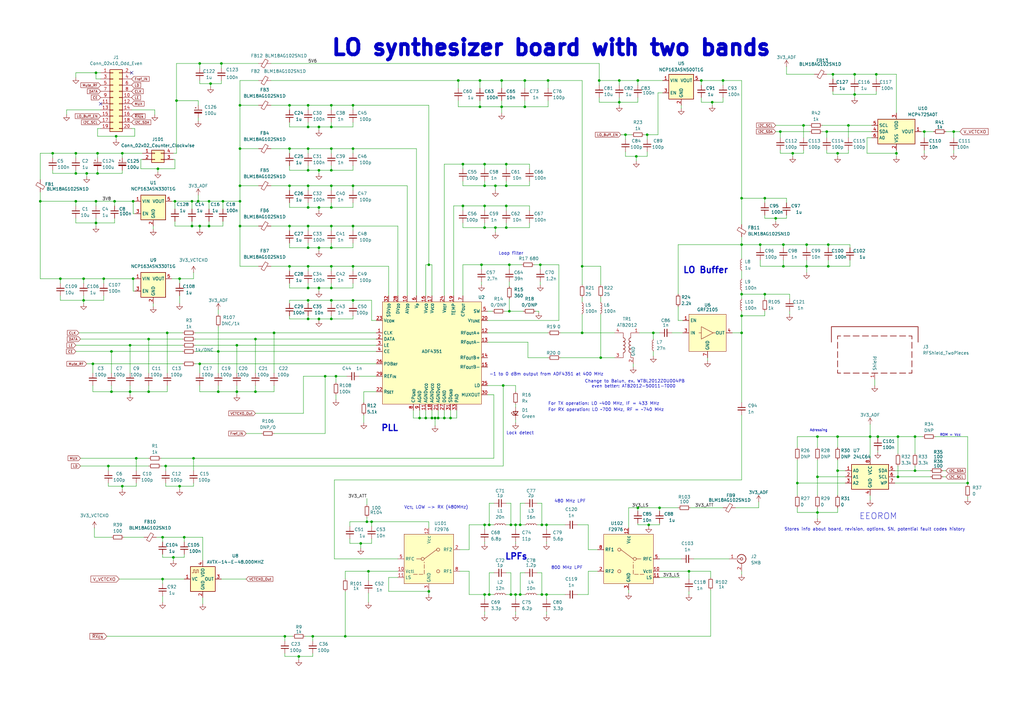
<source format=kicad_sch>
(kicad_sch (version 20231120) (generator "eeschema") (generator_version "8.0")
  (paper "A3")
  (title_block (title "LO synthesizer board with two bands") (rev "1.0") (company "SP6GK") (comment 1 "Optimized for 430 and 700 MHz LO") (comment 2 "16 dBm output") (comment 3 "Snap in module"))
  (junction (at 311.785 100.33))
  (junction (at 196.85 43.815))
  (junction (at 265.43 55.245))
  (junction (at 126.365 123.19))
  (junction (at 335.28 179.07))
  (junction (at 224.79 33.02))
  (junction (at 71.12 228.6))
  (junction (at 347.98 51.435))
  (junction (at 116.84 260.985))
  (junction (at 368.3 179.07))
  (junction (at 98.425 92.71))
  (junction (at 200.66 243.84))
  (junction (at 35.56 71.12))
  (junction (at 254 41.91))
  (junction (at 16.51 82.55))
  (junction (at 175.895 242.57))
  (junction (at 147.955 222.885))
  (junction (at 135.89 123.19))
  (junction (at 53.34 141.605))
  (junction (at 91.44 82.55))
  (junction (at 130.81 101.6))
  (junction (at 327.025 198.12))
  (junction (at 304.165 136.525))
  (junction (at 260.985 64.135))
  (junction (at 47.625 55.88))
  (junction (at 75.565 220.345))
  (junction (at 31.115 82.55))
  (junction (at 198.755 76.2))
  (junction (at 320.04 53.975))
  (junction (at 78.74 82.55))
  (junction (at 321.31 100.33))
  (junction (at 118.745 43.18))
  (junction (at 126.365 109.22))
  (junction (at 126.365 118.11))
  (junction (at 367.665 62.865))
  (junction (at 350.52 38.735))
  (junction (at 85.725 92.71))
  (junction (at 135.89 101.6))
  (junction (at 81.915 149.225))
  (junction (at 205.74 43.815))
  (junction (at 66.675 220.345))
  (junction (at 31.115 71.12))
  (junction (at 130.81 85.09))
  (junction (at 81.915 26.035))
  (junction (at 329.565 51.435))
  (junction (at 213.36 215.265))
  (junction (at 206.375 158.115))
  (junction (at 282.575 234.315))
  (junction (at 184.785 171.45))
  (junction (at 40.005 62.865))
  (junction (at 126.365 52.07))
  (junction (at 135.89 60.96))
  (junction (at 341.63 30.48))
  (junction (at 304.165 100.33))
  (junction (at 97.155 141.605))
  (junction (at 209.55 215.265))
  (junction (at 313.69 81.28))
  (junction (at 50.165 199.39))
  (junction (at 222.25 243.84))
  (junction (at 39.37 29.845))
  (junction (at 375.285 179.07))
  (junction (at 128.27 260.985))
  (junction (at 266.065 215.265))
  (junction (at 339.09 53.975))
  (junction (at 175.895 108.585))
  (junction (at 135.89 69.85))
  (junction (at 256.54 55.245))
  (junction (at 215.265 43.815))
  (junction (at 104.775 139.065))
  (junction (at 213.36 243.84))
  (junction (at 130.81 118.11))
  (junction (at 375.285 193.04))
  (junction (at 38.1 149.225))
  (junction (at 318.135 89.535))
  (junction (at 44.45 191.135))
  (junction (at 97.155 160.655))
  (junction (at 222.25 215.265))
  (junction (at 391.16 53.975))
  (junction (at 174.625 171.45))
  (junction (at 343.535 193.04))
  (junction (at 45.72 160.655))
  (junction (at 313.69 120.65))
  (junction (at 79.375 187.96))
  (junction (at 178.435 171.45))
  (junction (at 66.675 237.49))
  (junction (at 86.36 34.29))
  (junction (at 215.265 33.02))
  (junction (at 339.725 109.22))
  (junction (at 196.85 33.02))
  (junction (at 98.425 76.2))
  (junction (at 144.78 109.22))
  (junction (at 224.155 243.84))
  (junction (at 238.76 109.22))
  (junction (at 130.81 69.85))
  (junction (at 78.74 92.71))
  (junction (at 54.61 114.3))
  (junction (at 203.2 76.2))
  (junction (at 198.755 67.31))
  (junction (at 150.495 213.995))
  (junction (at 330.835 100.33))
  (junction (at 209.55 243.84))
  (junction (at 182.245 171.45))
  (junction (at 151.13 234.315))
  (junction (at 135.89 85.09))
  (junction (at 71.755 82.55))
  (junction (at 177.165 171.45))
  (junction (at 221.615 108.585))
  (junction (at 98.425 60.96))
  (junction (at 40.005 71.12))
  (junction (at 45.72 144.145))
  (junction (at 254 33.02))
  (junction (at 368.3 195.58))
  (junction (at 187.96 33.02))
  (junction (at 343.535 62.865))
  (junction (at 261.62 208.28))
  (junction (at 73.66 199.39))
  (junction (at 197.485 108.585))
  (junction (at 144.78 123.19))
  (junction (at 39.37 91.44))
  (junction (at 189.865 84.455))
  (junction (at 287.655 33.02))
  (junction (at 126.365 130.81))
  (junction (at 60.96 139.065))
  (junction (at 135.89 118.11))
  (junction (at 126.365 60.96))
  (junction (at 304.165 120.65))
  (junction (at 122.555 269.24))
  (junction (at 198.755 243.84))
  (junction (at 133.35 154.305))
  (junction (at 207.645 93.345))
  (junction (at 34.29 114.3))
  (junction (at 137.795 154.305))
  (junction (at 130.81 130.81))
  (junction (at 50.165 62.865))
  (junction (at 198.755 84.455))
  (junction (at 135.89 52.07))
  (junction (at 24.765 114.3))
  (junction (at 296.545 33.02))
  (junction (at 135.89 76.2))
  (junction (at 189.865 67.31))
  (junction (at 72.39 41.275))
  (junction (at 126.365 69.85))
  (junction (at 98.425 43.18))
  (junction (at 359.41 30.48))
  (junction (at 130.81 52.07))
  (junction (at 135.89 130.81))
  (junction (at 292.1 41.91))
  (junction (at 118.745 76.2))
  (junction (at 152.4 213.995))
  (junction (at 335.28 210.185))
  (junction (at 198.755 93.345))
  (junction (at 261.62 33.02))
  (junction (at 224.155 215.265))
  (junction (at 207.645 67.31))
  (junction (at 21.59 62.865))
  (junction (at 112.395 136.525))
  (junction (at 321.31 109.22))
  (junction (at 126.365 92.71))
  (junction (at 135.89 109.22))
  (junction (at 211.455 215.265))
  (junction (at 34.29 123.19))
  (junction (at 67.945 191.135))
  (junction (at 126.365 85.09))
  (junction (at 343.535 179.07))
  (junction (at 89.535 160.655))
  (junction (at 135.89 92.71))
  (junction (at 350.52 30.48))
  (junction (at 379.095 53.975))
  (junction (at 238.76 136.525))
  (junction (at 54.61 82.55))
  (junction (at 304.165 129.54))
  (junction (at 211.455 243.84))
  (junction (at 360.045 179.07))
  (junction (at 207.645 76.2))
  (junction (at 339.725 100.33))
  (junction (at 98.425 82.55))
  (junction (at 118.745 109.22))
  (junction (at 81.28 82.55))
  (junction (at 42.545 114.3))
  (junction (at 141.605 260.985))
  (junction (at 144.78 60.96))
  (junction (at 208.915 108.585))
  (junction (at 53.34 160.655))
  (junction (at 118.745 92.71))
  (junction (at 104.775 160.655))
  (junction (at 81.915 92.71))
  (junction (at 325.12 62.865))
  (junction (at 245.745 33.02))
  (junction (at 39.37 82.55))
  (junction (at 172.085 171.45))
  (junction (at 73.66 114.3))
  (junction (at 203.2 93.345))
  (junction (at 90.805 26.035))
  (junction (at 64.77 69.215))
  (junction (at 144.78 76.2))
  (junction (at 60.96 160.655))
  (junction (at 89.535 144.145))
  (junction (at 270.51 208.28))
  (junction (at 205.74 33.02))
  (junction (at 330.835 109.22))
  (junction (at 246.38 146.685))
  (junction (at 126.365 43.18))
  (junction (at 46.99 82.55))
  (junction (at 144.78 43.18))
  (junction (at 356.87 179.07))
  (junction (at 207.645 84.455))
  (junction (at 179.705 171.45))
  (junction (at 144.78 92.71))
  (junction (at 198.755 215.265))
  (junction (at 267.97 136.525))
  (junction (at 85.725 82.55))
  (junction (at 135.89 43.18))
  (junction (at 200.66 215.265))
  (junction (at 335.28 195.58))
  (junction (at 304.165 81.28))
  (junction (at 126.365 101.6))
  (junction (at 396.875 198.12))
  (junction (at 55.88 187.96))
  (junction (at 31.115 62.865))
  (junction (at 68.58 136.525))
  (junction (at 126.365 76.2))
  (junction (at 208.915 127.635))
  (junction (at 118.745 60.96))
  (no_connect (at 41.275 42.545))
  (no_connect (at 53.975 29.845))
  (wire (pts (xy 304.165 234.315) (xy 304.165 235.585)))
  (wire (pts (xy 220.345 243.84) (xy 222.25 243.84)))
  (wire (pts (xy 118.745 43.18) (xy 126.365 43.18)))
  (wire (pts (xy 35.56 149.225) (xy 38.1 149.225)))
  (wire (pts (xy 221.615 108.585) (xy 229.235 108.585)))
  (wire (pts (xy 220.345 206.375) (xy 222.25 206.375)))
  (wire (pts (xy 304.165 111.125) (xy 304.165 114.3)))
  (wire (pts (xy 44.45 191.135) (xy 60.96 191.135)))
  (wire (pts (xy 31.115 29.845) (xy 39.37 29.845)))
  (wire (pts (xy 335.28 208.28) (xy 335.28 210.185)))
  (wire (pts (xy 137.795 154.305) (xy 142.24 154.305)))
  (wire (pts (xy 47.625 55.88) (xy 40.005 55.88)))
  (wire (pts (xy 271.78 38.1) (xy 269.875 38.1)))
  (wire (pts (xy 245.745 26.035) (xy 245.745 33.02)))
  (wire (pts (xy 198.755 67.31) (xy 198.755 69.215)))
  (wire (pts (xy 38.1 149.225) (xy 38.1 153.035)))
  (wire (pts (xy 31.115 71.12) (xy 31.115 69.85)))
  (wire (pts (xy 221.615 108.585) (xy 221.615 110.49)))
  (wire (pts (xy 238.76 128.905) (xy 238.76 136.525)))
  (wire (pts (xy 313.69 120.65) (xy 313.69 122.555)))
  (wire (pts (xy 292.1 41.91) (xy 292.1 43.18)))
  (wire (pts (xy 189.865 84.455) (xy 189.865 86.36)))
  (wire (pts (xy 31.115 91.44) (xy 31.115 89.535)))
  (wire (pts (xy 126.365 85.09) (xy 118.745 85.09)))
  (wire (pts (xy 261.62 215.265) (xy 261.62 214.63)))
  (wire (pts (xy 60.96 139.065) (xy 74.93 139.065)))
  (wire (pts (xy 189.865 76.2) (xy 198.755 76.2)))
  (wire (pts (xy 104.775 139.065) (xy 104.775 153.035)))
  (wire (pts (xy 118.745 109.22) (xy 126.365 109.22)))
  (wire (pts (xy 182.245 67.31) (xy 189.865 67.31)))
  (wire (pts (xy 368.3 191.135) (xy 368.3 195.58)))
  (wire (pts (xy 311.15 205.74) (xy 311.15 208.28)))
  (wire (pts (xy 133.35 154.305) (xy 137.795 154.305)))
  (wire (pts (xy 60.96 160.655) (xy 68.58 160.655)))
  (wire (pts (xy 41.275 32.385) (xy 39.37 32.385)))
  (wire (pts (xy 200.025 131.445) (xy 229.235 131.445)))
  (wire (pts (xy 83.185 245.11) (xy 83.185 247.65)))
  (wire (pts (xy 211.455 243.84) (xy 211.455 245.745)))
  (wire (pts (xy 71.755 82.55) (xy 78.74 82.55)))
  (wire (pts (xy 207.645 93.345) (xy 217.17 93.345)))
  (wire (pts (xy 224.79 36.195) (xy 224.79 33.02)))
  (wire (pts (xy 278.765 236.855) (xy 270.51 236.855)))
  (wire (pts (xy 323.85 120.65) (xy 313.69 120.65)))
  (wire (pts (xy 246.38 121.92) (xy 246.38 123.825)))
  (wire (pts (xy 189.865 91.44) (xy 189.865 93.345)))
  (wire (pts (xy 292.1 41.91) (xy 296.545 41.91)))
  (wire (pts (xy 144.78 43.18) (xy 175.895 43.18)))
  (wire (pts (xy 118.745 109.22) (xy 118.745 111.125)))
  (wire (pts (xy 188.595 225.425) (xy 192.405 225.425)))
  (wire (pts (xy 175.895 213.995) (xy 175.895 216.535)))
  (wire (pts (xy 57.785 65.405) (xy 57.785 69.215)))
  (wire (pts (xy 216.535 146.685) (xy 216.535 140.335)))
  (wire (pts (xy 118.745 69.85) (xy 118.745 67.945)))
  (wire (pts (xy 71.755 65.405) (xy 71.755 69.215)))
  (wire (pts (xy 192.405 234.315) (xy 188.595 234.315)))
  (wire (pts (xy 85.725 82.55) (xy 85.725 85.725)))
  (wire (pts (xy 98.425 92.71) (xy 98.425 82.55)))
  (wire (pts (xy 205.74 43.815) (xy 205.74 46.355)))
  (wire (pts (xy 32.385 136.525) (xy 68.58 136.525)))
  (wire (pts (xy 229.235 131.445) (xy 229.235 108.585)))
  (wire (pts (xy 287.655 41.91) (xy 292.1 41.91)))
  (wire (pts (xy 39.37 82.55) (xy 46.99 82.55)))
  (wire (pts (xy 311.785 109.22) (xy 311.785 106.68)))
  (wire (pts (xy 135.89 118.11) (xy 135.89 116.205)))
  (wire (pts (xy 187.96 43.815) (xy 196.85 43.815)))
  (wire (pts (xy 254 33.02) (xy 261.62 33.02)))
  (wire (pts (xy 209.55 215.265) (xy 211.455 215.265)))
  (wire (pts (xy 31.115 62.865) (xy 40.005 62.865)))
  (wire (pts (xy 53.34 160.655) (xy 45.72 160.655)))
  (wire (pts (xy 304.165 129.54) (xy 304.165 136.525)))
  (wire (pts (xy 90.805 26.035) (xy 106.045 26.035)))
  (wire (pts (xy 152.4 222.885) (xy 152.4 220.98)))
  (wire (pts (xy 126.365 130.81) (xy 130.81 130.81)))
  (wire (pts (xy 283.21 208.28) (xy 296.545 208.28)))
  (wire (pts (xy 39.37 32.385) (xy 39.37 29.845)))
  (wire (pts (xy 91.44 82.55) (xy 91.44 85.725)))
  (wire (pts (xy 126.365 101.6) (xy 126.365 99.695)))
  (wire (pts (xy 220.345 215.265) (xy 222.25 215.265)))
  (wire (pts (xy 130.81 85.09) (xy 135.89 85.09)))
  (wire (pts (xy 186.055 84.455) (xy 189.865 84.455)))
  (wire (pts (xy 330.835 101.6) (xy 330.835 100.33)))
  (wire (pts (xy 339.09 62.865) (xy 339.09 61.595)))
  (wire (pts (xy 356.87 173.99) (xy 356.87 179.07)))
  (wire (pts (xy 81.915 34.29) (xy 86.36 34.29)))
  (wire (pts (xy 68.58 158.115) (xy 68.58 160.655)))
  (wire (pts (xy 97.155 160.655) (xy 97.155 161.925)))
  (wire (pts (xy 174.625 171.45) (xy 174.625 168.275)))
  (wire (pts (xy 135.89 85.09) (xy 135.89 83.185)))
  (wire (pts (xy 118.745 43.18) (xy 118.745 45.085)))
  (wire (pts (xy 182.245 171.45) (xy 182.245 168.275)))
  (wire (pts (xy 359.41 37.465) (xy 359.41 38.735)))
  (wire (pts (xy 174.625 108.585) (xy 174.625 121.285)))
  (wire (pts (xy 126.365 85.09) (xy 130.81 85.09)))
  (wire (pts (xy 224.79 136.525) (xy 200.025 136.525)))
  (wire (pts (xy 335.28 210.185) (xy 335.28 212.725)))
  (wire (pts (xy 70.485 82.55) (xy 71.755 82.55)))
  (wire (pts (xy 325.12 62.865) (xy 325.12 64.135)))
  (wire (pts (xy 207.01 127.635) (xy 208.915 127.635)))
  (wire (pts (xy 68.58 136.525) (xy 68.58 153.035)))
  (wire (pts (xy 270.51 208.28) (xy 278.13 208.28)))
  (wire (pts (xy 144.78 43.18) (xy 144.78 45.085)))
  (wire (pts (xy 189.865 67.31) (xy 198.755 67.31)))
  (wire (pts (xy 207.645 206.375) (xy 209.55 206.375)))
  (wire (pts (xy 391.16 53.975) (xy 391.16 56.515)))
  (wire (pts (xy 66.675 244.475) (xy 66.675 247.015)))
  (wire (pts (xy 151.13 234.315) (xy 163.195 234.315)))
  (wire (pts (xy 224.155 215.265) (xy 224.155 217.17)))
  (wire (pts (xy 350.52 38.735) (xy 359.41 38.735)))
  (wire (pts (xy 396.875 203.835) (xy 396.875 204.47)))
  (wire (pts (xy 31.115 29.845) (xy 31.115 31.75)))
  (wire (pts (xy 130.81 52.07) (xy 135.89 52.07)))
  (wire (pts (xy 203.2 76.2) (xy 207.645 76.2)))
  (wire (pts (xy 24.765 114.3) (xy 24.765 116.205)))
  (wire (pts (xy 211.455 243.84) (xy 213.36 243.84)))
  (wire (pts (xy 356.87 179.07) (xy 360.045 179.07)))
  (wire (pts (xy 197.485 108.585) (xy 208.915 108.585)))
  (wire (pts (xy 97.155 160.655) (xy 104.775 160.655)))
  (wire (pts (xy 46.99 82.55) (xy 54.61 82.55)))
  (wire (pts (xy 282.575 234.315) (xy 270.51 234.315)))
  (wire (pts (xy 144.78 60.96) (xy 144.78 62.865)))
  (wire (pts (xy 367.665 62.865) (xy 355.6 62.865)))
  (wire (pts (xy 236.855 215.265) (xy 241.3 215.265)))
  (wire (pts (xy 396.875 179.07) (xy 396.875 198.12)))
  (wire (pts (xy 159.385 236.855) (xy 159.385 242.57)))
  (wire (pts (xy 135.89 130.81) (xy 130.81 130.81)))
  (wire (pts (xy 321.31 101.6) (xy 321.31 100.33)))
  (wire (pts (xy 189.865 84.455) (xy 198.755 84.455)))
  (wire (pts (xy 257.81 241.935) (xy 257.81 243.205)))
  (wire (pts (xy 66.675 237.49) (xy 75.565 237.49)))
  (wire (pts (xy 196.85 43.815) (xy 205.74 43.815)))
  (wire (pts (xy 282.575 242.57) (xy 282.575 243.84)))
  (wire (pts (xy 391.16 53.975) (xy 393.7 53.975)))
  (wire (pts (xy 261.62 33.02) (xy 261.62 34.925)))
  (wire (pts (xy 267.97 136.525) (xy 270.51 136.525)))
  (wire (pts (xy 118.745 123.19) (xy 118.745 124.46)))
  (wire (pts (xy 339.09 53.975) (xy 357.505 53.975)))
  (wire (pts (xy 220.98 127.635) (xy 220.98 128.27)))
  (wire (pts (xy 269.875 55.245) (xy 265.43 55.245)))
  (wire (pts (xy 144.78 92.71) (xy 163.195 92.71)))
  (wire (pts (xy 55.245 119.38) (xy 54.61 119.38)))
  (wire (pts (xy 198.755 222.25) (xy 198.755 222.885)))
  (wire (pts (xy 202.565 234.95) (xy 200.66 234.95)))
  (wire (pts (xy 90.805 237.49) (xy 100.965 237.49)))
  (wire (pts (xy 278.13 131.445) (xy 280.035 131.445)))
  (wire (pts (xy 222.25 234.95) (xy 222.25 243.84)))
  (wire (pts (xy 327.025 210.185) (xy 327.025 208.28)))
  (wire (pts (xy 97.155 141.605) (xy 97.155 153.035)))
  (wire (pts (xy 71.12 228.6) (xy 75.565 228.6)))
  (wire (pts (xy 143.51 220.98) (xy 143.51 222.885)))
  (wire (pts (xy 208.915 117.475) (xy 208.915 115.57)))
  (wire (pts (xy 198.755 243.84) (xy 200.66 243.84)))
  (wire (pts (xy 313.69 127.635) (xy 313.69 129.54)))
  (wire (pts (xy 304.165 81.28) (xy 313.69 81.28)))
  (wire (pts (xy 45.72 144.145) (xy 45.72 153.035)))
  (wire (pts (xy 200.66 243.84) (xy 202.565 243.84)))
  (wire (pts (xy 64.77 69.215) (xy 71.755 69.215)))
  (wire (pts (xy 71.12 62.865) (xy 72.39 62.865)))
  (wire (pts (xy 54.61 82.55) (xy 55.245 82.55)))
  (wire (pts (xy 192.405 243.84) (xy 192.405 234.315)))
  (wire (pts (xy 236.855 243.84) (xy 241.3 243.84)))
  (wire (pts (xy 321.31 100.33) (xy 330.835 100.33)))
  (wire (pts (xy 238.76 121.92) (xy 238.76 123.825)))
  (wire (pts (xy 343.535 210.185) (xy 343.535 208.28)))
  (wire (pts (xy 126.365 69.85) (xy 130.81 69.85)))
  (wire (pts (xy 355.6 62.865) (xy 355.6 56.515)))
  (wire (pts (xy 222.25 243.84) (xy 224.155 243.84)))
  (wire (pts (xy 219.71 127.635) (xy 220.98 127.635)))
  (wire (pts (xy 318.135 51.435) (xy 329.565 51.435)))
  (wire (pts (xy 375.285 186.055) (xy 375.285 179.07)))
  (wire (pts (xy 200.66 206.375) (xy 200.66 215.265)))
  (wire (pts (xy 75.565 220.345) (xy 75.565 222.25)))
  (wire (pts (xy 124.46 154.305) (xy 124.46 169.545)))
  (wire (pts (xy 79.375 199.39) (xy 79.375 198.12)))
  (wire (pts (xy 50.165 199.39) (xy 50.165 200.66)))
  (wire (pts (xy 241.3 234.315) (xy 245.11 234.315)))
  (wire (pts (xy 356.87 187.96) (xy 356.87 179.07)))
  (wire (pts (xy 149.225 165.1) (xy 149.225 160.655)))
  (wire (pts (xy 323.85 128.905) (xy 323.85 127.635)))
  (wire (pts (xy 81.915 160.655) (xy 81.915 158.115)))
  (wire (pts (xy 256.54 64.135) (xy 256.54 62.23)))
  (wire (pts (xy 270.51 214.63) (xy 270.51 215.265)))
  (wire (pts (xy 126.365 69.85) (xy 118.745 69.85)))
  (wire (pts (xy 34.29 123.19) (xy 34.29 124.46)))
  (wire (pts (xy 179.705 171.45) (xy 179.705 168.275)))
  (wire (pts (xy 375.285 191.135) (xy 375.285 193.04)))
  (wire (pts (xy 266.065 215.265) (xy 261.62 215.265)))
  (wire (pts (xy 78.74 82.55) (xy 78.74 85.725)))
  (wire (pts (xy 291.465 234.315) (xy 291.465 236.855)))
  (wire (pts (xy 327.025 179.07) (xy 335.28 179.07)))
  (wire (pts (xy 130.81 102.87) (xy 130.81 101.6)))
  (wire (pts (xy 224.79 43.815) (xy 224.79 41.275)))
  (wire (pts (xy 53.34 160.655) (xy 53.34 158.115)))
  (wire (pts (xy 375.285 193.04) (xy 367.03 193.04)))
  (wire (pts (xy 67.945 199.39) (xy 73.66 199.39)))
  (wire (pts (xy 130.81 119.38) (xy 130.81 118.11)))
  (wire (pts (xy 111.125 92.71) (xy 118.745 92.71)))
  (wire (pts (xy 215.265 206.375) (xy 213.36 206.375)))
  (wire (pts (xy 377.825 53.975) (xy 379.095 53.975)))
  (wire (pts (xy 71.12 228.6) (xy 71.12 229.87)))
  (wire (pts (xy 81.915 149.225) (xy 81.915 153.035)))
  (wire (pts (xy 80.01 136.525) (xy 112.395 136.525)))
  (wire (pts (xy 16.51 114.3) (xy 24.765 114.3)))
  (wire (pts (xy 124.46 154.305) (xy 133.35 154.305)))
  (wire (pts (xy 89.535 144.145) (xy 154.305 144.145)))
  (wire (pts (xy 126.365 118.11) (xy 130.81 118.11)))
  (wire (pts (xy 73.66 121.285) (xy 73.66 124.46)))
  (wire (pts (xy 122.555 269.24) (xy 122.555 270.51)))
  (wire (pts (xy 246.38 128.905) (xy 246.38 146.685)))
  (wire (pts (xy 126.365 92.71) (xy 126.365 94.615)))
  (wire (pts (xy 343.535 193.04) (xy 343.535 203.2)))
  (wire (pts (xy 322.58 30.48) (xy 334.01 30.48)))
  (wire (pts (xy 118.745 76.2) (xy 118.745 78.105)))
  (wire (pts (xy 147.955 222.885) (xy 152.4 222.885)))
  (wire (pts (xy 118.745 130.81) (xy 118.745 129.54)))
  (wire (pts (xy 85.725 92.71) (xy 91.44 92.71)))
  (wire (pts (xy 41.275 45.085) (xy 27.305 45.085)))
  (wire (pts (xy 322.58 30.48) (xy 322.58 27.305)))
  (wire (pts (xy 130.81 118.11) (xy 135.89 118.11)))
  (wire (pts (xy 203.2 95.25) (xy 203.2 93.345)))
  (wire (pts (xy 320.04 62.865) (xy 325.12 62.865)))
  (wire (pts (xy 313.69 120.65) (xy 304.165 120.65)))
  (wire (pts (xy 130.81 86.36) (xy 130.81 85.09)))
  (wire (pts (xy 196.85 36.195) (xy 196.85 33.02)))
  (wire (pts (xy 343.535 188.595) (xy 343.535 193.04)))
  (wire (pts (xy 320.04 62.865) (xy 320.04 61.595)))
  (wire (pts (xy 137.795 163.83) (xy 137.795 161.925)))
  (wire (pts (xy 64.135 220.345) (xy 66.675 220.345)))
  (wire (pts (xy 81.915 92.71) (xy 81.915 93.98)))
  (wire (pts (xy 198.755 215.265) (xy 200.66 215.265)))
  (wire (pts (xy 355.6 56.515) (xy 357.505 56.515)))
  (wire (pts (xy 265.43 64.135) (xy 265.43 62.23)))
  (wire (pts (xy 287.655 41.91) (xy 287.655 40.005)))
  (wire (pts (xy 246.38 109.22) (xy 246.38 116.84)))
  (wire (pts (xy 98.425 43.18) (xy 106.045 43.18)))
  (wire (pts (xy 209.55 243.84) (xy 211.455 243.84)))
  (wire (pts (xy 118.745 85.09) (xy 118.745 83.185)))
  (wire (pts (xy 323.85 122.555) (xy 323.85 120.65)))
  (wire (pts (xy 33.02 187.96) (xy 55.88 187.96)))
  (wire (pts (xy 287.02 33.02) (xy 287.655 33.02)))
  (wire (pts (xy 335.28 195.58) (xy 346.71 195.58)))
  (wire (pts (xy 135.89 109.22) (xy 135.89 111.125)))
  (wire (pts (xy 55.245 55.88) (xy 55.245 52.705)))
  (wire (pts (xy 111.125 26.035) (xy 245.745 26.035)))
  (wire (pts (xy 221.615 108.585) (xy 219.075 108.585)))
  (wire (pts (xy 192.405 243.84) (xy 198.755 243.84)))
  (wire (pts (xy 21.59 62.865) (xy 31.115 62.865)))
  (wire (pts (xy 207.645 74.295) (xy 207.645 76.2)))
  (wire (pts (xy 133.35 177.8) (xy 133.35 154.305)))
  (wire (pts (xy 21.59 62.865) (xy 21.59 64.77)))
  (wire (pts (xy 141.605 234.315) (xy 141.605 237.49)))
  (wire (pts (xy 126.365 92.71) (xy 135.89 92.71)))
  (wire (pts (xy 238.76 109.22) (xy 246.38 109.22)))
  (wire (pts (xy 170.815 121.285) (xy 170.815 60.96)))
  (wire (pts (xy 53.34 141.605) (xy 74.93 141.605)))
  (wire (pts (xy 350.52 37.465) (xy 350.52 38.735)))
  (wire (pts (xy 35.56 71.12) (xy 31.115 71.12)))
  (wire (pts (xy 104.775 160.655) (xy 104.775 158.115)))
  (wire (pts (xy 98.425 33.02) (xy 98.425 43.18)))
  (wire (pts (xy 341.63 38.735) (xy 350.52 38.735)))
  (wire (pts (xy 122.555 269.24) (xy 128.27 269.24)))
  (wire (pts (xy 339.725 109.22) (xy 330.835 109.22)))
  (wire (pts (xy 143.51 215.9) (xy 143.51 213.995)))
  (wire (pts (xy 66.04 187.96) (xy 79.375 187.96)))
  (wire (pts (xy 38.1 160.655) (xy 45.72 160.655)))
  (wire (pts (xy 55.88 187.96) (xy 55.88 193.04)))
  (wire (pts (xy 62.865 92.71) (xy 62.865 93.98)))
  (wire (pts (xy 177.165 171.45) (xy 178.435 171.45)))
  (wire (pts (xy 118.745 92.71) (xy 118.745 94.615)))
  (wire (pts (xy 174.625 108.585) (xy 175.895 108.585)))
  (wire (pts (xy 318.135 89.535) (xy 318.135 90.805)))
  (wire (pts (xy 211.455 215.265) (xy 213.36 215.265)))
  (wire (pts (xy 72.39 26.035) (xy 81.915 26.035)))
  (wire (pts (xy 98.425 92.71) (xy 98.425 109.22)))
  (wire (pts (xy 137.16 229.235) (xy 163.195 229.235)))
  (wire (pts (xy 208.915 110.49) (xy 208.915 108.585)))
  (wire (pts (xy 57.785 69.215) (xy 64.77 69.215)))
  (wire (pts (xy 104.775 160.655) (xy 112.395 160.655)))
  (wire (pts (xy 265.43 55.245) (xy 265.43 57.15)))
  (wire (pts (xy 198.755 76.2) (xy 203.2 76.2)))
  (wire (pts (xy 126.365 43.18) (xy 126.365 45.085)))
  (wire (pts (xy 335.28 179.07) (xy 335.28 183.515)))
  (wire (pts (xy 44.45 191.135) (xy 44.45 193.04)))
  (wire (pts (xy 89.535 158.115) (xy 89.535 160.655)))
  (wire (pts (xy 89.535 133.985) (xy 89.535 144.145)))
  (wire (pts (xy 135.89 123.19) (xy 135.89 124.46)))
  (wire (pts (xy 217.17 93.345) (xy 217.17 91.44)))
  (wire (pts (xy 215.265 33.02) (xy 224.79 33.02)))
  (wire (pts (xy 66.675 220.345) (xy 75.565 220.345)))
  (wire (pts (xy 72.39 41.275) (xy 72.39 26.035)))
  (wire (pts (xy 116.84 260.985) (xy 116.84 262.89)))
  (wire (pts (xy 217.17 76.2) (xy 217.17 74.295)))
  (wire (pts (xy 81.28 80.01) (xy 81.28 82.55)))
  (wire (pts (xy 66.675 227.33) (xy 66.675 228.6)))
  (wire (pts (xy 311.785 101.6) (xy 311.785 100.33)))
  (wire (pts (xy 71.755 92.71) (xy 71.755 90.805)))
  (wire (pts (xy 73.66 114.3) (xy 73.66 116.205)))
  (wire (pts (xy 287.655 33.02) (xy 287.655 34.925)))
  (wire (pts (xy 81.915 149.225) (xy 154.305 149.225)))
  (wire (pts (xy 150.495 213.995) (xy 152.4 213.995)))
  (wire (pts (xy 350.52 30.48) (xy 341.63 30.48)))
  (wire (pts (xy 246.38 146.685) (xy 252.095 146.685)))
  (wire (pts (xy 335.28 195.58) (xy 335.28 203.2)))
  (wire (pts (xy 358.775 158.115) (xy 358.775 155.575)))
  (wire (pts (xy 104.775 169.545) (xy 124.46 169.545)))
  (wire (pts (xy 360.045 184.785) (xy 360.045 185.42)))
  (wire (pts (xy 198.755 84.455) (xy 198.755 86.36)))
  (wire (pts (xy 144.78 109.22) (xy 159.385 109.22)))
  (wire (pts (xy 360.045 179.07) (xy 368.3 179.07)))
  (wire (pts (xy 207.645 76.2) (xy 217.17 76.2)))
  (wire (pts (xy 135.89 76.2) (xy 135.89 78.105)))
  (wire (pts (xy 329.565 62.865) (xy 329.565 61.595)))
  (wire (pts (xy 135.89 43.18) (xy 135.89 45.085)))
  (wire (pts (xy 126.365 60.96) (xy 135.89 60.96)))
  (wire (pts (xy 347.98 51.435) (xy 347.98 56.515)))
  (wire (pts (xy 126.365 85.09) (xy 126.365 83.185)))
  (wire (pts (xy 141.605 260.985) (xy 291.465 260.985)))
  (wire (pts (xy 304.165 196.85) (xy 304.165 170.18)))
  (wire (pts (xy 98.425 33.02) (xy 106.045 33.02)))
  (wire (pts (xy 359.41 30.48) (xy 359.41 32.385)))
  (wire (pts (xy 311.15 208.28) (xy 301.625 208.28)))
  (wire (pts (xy 111.125 60.96) (xy 118.745 60.96)))
  (wire (pts (xy 260.985 64.135) (xy 265.43 64.135)))
  (wire (pts (xy 327.025 188.595) (xy 327.025 198.12)))
  (wire (pts (xy 278.13 100.33) (xy 278.13 120.65)))
  (wire (pts (xy 116.84 269.24) (xy 122.555 269.24)))
  (wire (pts (xy 126.365 52.07) (xy 126.365 50.165)))
  (wire (pts (xy 143.51 213.995) (xy 150.495 213.995)))
  (wire (pts (xy 182.245 171.45) (xy 184.785 171.45)))
  (wire (pts (xy 126.365 123.19) (xy 135.89 123.19)))
  (wire (pts (xy 177.165 121.285) (xy 177.165 108.585)))
  (wire (pts (xy 211.455 165.735) (xy 211.455 167.005)))
  (wire (pts (xy 279.4 43.18) (xy 279.4 44.45)))
  (wire (pts (xy 81.915 92.71) (xy 85.725 92.71)))
  (wire (pts (xy 68.58 136.525) (xy 74.93 136.525)))
  (wire (pts (xy 238.76 33.02) (xy 238.76 109.22)))
  (wire (pts (xy 256.54 55.245) (xy 256.54 57.15)))
  (wire (pts (xy 254 41.91) (xy 254 43.18)))
  (wire (pts (xy 143.51 222.885) (xy 147.955 222.885)))
  (wire (pts (xy 387.985 195.58) (xy 386.715 195.58)))
  (wire (pts (xy 72.39 62.865) (xy 72.39 41.275)))
  (wire (pts (xy 224.79 33.02) (xy 238.76 33.02)))
  (wire (pts (xy 35.56 71.12) (xy 40.005 71.12)))
  (wire (pts (xy 45.72 158.115) (xy 45.72 160.655)))
  (wire (pts (xy 53.34 141.605) (xy 53.34 153.035)))
  (wire (pts (xy 130.81 101.6) (xy 135.89 101.6)))
  (wire (pts (xy 215.265 43.815) (xy 205.74 43.815)))
  (wire (pts (xy 270.51 208.28) (xy 270.51 209.55)))
  (wire (pts (xy 368.3 179.07) (xy 375.285 179.07)))
  (wire (pts (xy 213.36 206.375) (xy 213.36 215.265)))
  (wire (pts (xy 322.58 88.265) (xy 322.58 89.535)))
  (wire (pts (xy 339.09 53.975) (xy 339.09 56.515)))
  (wire (pts (xy 97.155 141.605) (xy 154.305 141.605)))
  (wire (pts (xy 126.365 118.11) (xy 126.365 116.205)))
  (wire (pts (xy 150.495 204.47) (xy 150.495 207.01)))
  (wire (pts (xy 152.4 213.995) (xy 152.4 215.9)))
  (wire (pts (xy 322.58 81.28) (xy 322.58 83.185)))
  (wire (pts (xy 126.365 109.22) (xy 135.89 109.22)))
  (wire (pts (xy 261.62 41.91) (xy 261.62 40.005)))
  (wire (pts (xy 375.285 179.07) (xy 378.46 179.07)))
  (wire (pts (xy 215.265 36.195) (xy 215.265 33.02)))
  (wire (pts (xy 178.435 171.45) (xy 179.705 171.45)))
  (wire (pts (xy 126.365 101.6) (xy 118.745 101.6)))
  (wire (pts (xy 81.28 43.18) (xy 81.28 41.275)))
  (wire (pts (xy 135.89 123.19) (xy 144.78 123.19)))
  (wire (pts (xy 135.89 69.85) (xy 135.89 67.945)))
  (wire (pts (xy 207.645 234.95) (xy 209.55 234.95)))
  (wire (pts (xy 350.52 30.48) (xy 350.52 32.385)))
  (wire (pts (xy 66.675 220.345) (xy 66.675 222.25)))
  (wire (pts (xy 348.615 106.68) (xy 348.615 109.22)))
  (wire (pts (xy 367.03 198.12) (xy 396.875 198.12)))
  (wire (pts (xy 169.545 168.275) (xy 169.545 171.45)))
  (wire (pts (xy 211.455 250.825) (xy 211.455 252.095)))
  (wire (pts (xy 211.455 172.085) (xy 211.455 173.355)))
  (wire (pts (xy 128.27 260.985) (xy 128.27 262.89)))
  (wire (pts (xy 211.455 215.265) (xy 211.455 217.17)))
  (wire (pts (xy 182.245 121.285) (xy 182.245 67.31)))
  (wire (pts (xy 45.72 144.145) (xy 74.93 144.145)))
  (wire (pts (xy 38.1 149.225) (xy 74.93 149.225)))
  (wire (pts (xy 327.025 198.12) (xy 327.025 203.2)))
  (wire (pts (xy 126.365 118.11) (xy 118.745 118.11)))
  (wire (pts (xy 270.51 215.265) (xy 266.065 215.265)))
  (wire (pts (xy 144.78 69.85) (xy 135.89 69.85)))
  (wire (pts (xy 81.915 26.035) (xy 90.805 26.035)))
  (wire (pts (xy 149.225 173.355) (xy 149.225 170.18)))
  (wire (pts (xy 241.3 243.84) (xy 241.3 234.315)))
  (wire (pts (xy 192.405 215.265) (xy 198.755 215.265)))
  (wire (pts (xy 179.705 171.45) (xy 182.245 171.45)))
  (wire (pts (xy 167.005 121.285) (xy 167.005 76.2)))
  (wire (pts (xy 135.89 43.18) (xy 144.78 43.18)))
  (wire (pts (xy 321.31 106.68) (xy 321.31 109.22)))
  (wire (pts (xy 178.435 174.625) (xy 178.435 171.45)))
  (wire (pts (xy 341.63 30.48) (xy 341.63 32.385)))
  (wire (pts (xy 209.55 206.375) (xy 209.55 215.265)))
  (wire (pts (xy 144.78 101.6) (xy 135.89 101.6)))
  (wire (pts (xy 89.535 127) (xy 89.535 128.905)))
  (wire (pts (xy 24.765 114.3) (xy 34.29 114.3)))
  (wire (pts (xy 60.96 139.065) (xy 60.96 153.035)))
  (wire (pts (xy 126.365 60.96) (xy 126.365 62.865)))
  (wire (pts (xy 81.915 160.655) (xy 89.535 160.655)))
  (wire (pts (xy 197.485 108.585) (xy 197.485 110.49)))
  (wire (pts (xy 175.895 241.935) (xy 175.895 242.57)))
  (wire (pts (xy 245.11 225.425) (xy 241.3 225.425)))
  (wire (pts (xy 91.44 82.55) (xy 98.425 82.55)))
  (wire (pts (xy 186.055 121.285) (xy 186.055 84.455)))
  (wire (pts (xy 64.77 70.485) (xy 64.77 69.215)))
  (wire (pts (xy 135.89 129.54) (xy 135.89 130.81)))
  (wire (pts (xy 321.31 109.22) (xy 311.785 109.22)))
  (wire (pts (xy 203.2 93.345) (xy 207.645 93.345)))
  (wire (pts (xy 106.045 60.96) (xy 98.425 60.96)))
  (wire (pts (xy 144.78 92.71) (xy 144.78 94.615)))
  (wire (pts (xy 198.755 74.295) (xy 198.755 76.2)))
  (wire (pts (xy 200.025 127.635) (xy 201.93 127.635)))
  (wire (pts (xy 330.835 106.68) (xy 330.835 109.22)))
  (wire (pts (xy 42.545 114.3) (xy 42.545 116.205)))
  (wire (pts (xy 86.36 35.56) (xy 86.36 34.29)))
  (wire (pts (xy 128.27 260.985) (xy 141.605 260.985)))
  (wire (pts (xy 381.635 195.58) (xy 368.3 195.58)))
  (wire (pts (xy 254.635 55.245) (xy 256.54 55.245)))
  (wire (pts (xy 125.095 260.985) (xy 128.27 260.985)))
  (wire (pts (xy 39.37 91.44) (xy 46.99 91.44)))
  (wire (pts (xy 97.155 160.655) (xy 89.535 160.655)))
  (wire (pts (xy 126.365 52.07) (xy 130.81 52.07)))
  (wire (pts (xy 135.89 92.71) (xy 144.78 92.71)))
  (wire (pts (xy 116.84 260.985) (xy 120.015 260.985)))
  (wire (pts (xy 118.745 92.71) (xy 126.365 92.71)))
  (wire (pts (xy 262.255 136.525) (xy 267.97 136.525)))
  (wire (pts (xy 291.465 241.935) (xy 291.465 260.985)))
  (wire (pts (xy 260.985 64.135) (xy 260.985 66.04)))
  (wire (pts (xy 34.29 123.19) (xy 42.545 123.19)))
  (wire (pts (xy 147.955 222.885) (xy 147.955 224.79)))
  (wire (pts (xy 311.785 100.33) (xy 321.31 100.33)))
  (wire (pts (xy 313.69 81.28) (xy 313.69 83.185)))
  (wire (pts (xy 275.59 136.525) (xy 280.035 136.525)))
  (wire (pts (xy 47.625 55.88) (xy 55.245 55.88)))
  (wire (pts (xy 116.84 269.24) (xy 116.84 267.97)))
  (wire (pts (xy 202.565 206.375) (xy 200.66 206.375)))
  (wire (pts (xy 126.365 123.19) (xy 126.365 124.46)))
  (wire (pts (xy 187.96 33.02) (xy 196.85 33.02)))
  (wire (pts (xy 83.185 229.87) (xy 83.185 220.345)))
  (wire (pts (xy 85.725 82.55) (xy 91.44 82.55)))
  (wire (pts (xy 379.095 53.975) (xy 382.905 53.975)))
  (wire (pts (xy 50.8 220.345) (xy 59.055 220.345)))
  (wire (pts (xy 266.065 215.265) (xy 266.065 215.9)))
  (wire (pts (xy 100.965 177.8) (xy 107.315 177.8)))
  (wire (pts (xy 304.165 127.635) (xy 304.165 129.54)))
  (wire (pts (xy 222.25 206.375) (xy 222.25 215.265)))
  (wire (pts (xy 144.78 109.22) (xy 144.78 111.125)))
  (wire (pts (xy 184.785 171.45) (xy 187.325 171.45)))
  (wire (pts (xy 320.04 53.975) (xy 332.105 53.975)))
  (wire (pts (xy 220.345 234.95) (xy 222.25 234.95)))
  (wire (pts (xy 130.81 71.12) (xy 130.81 69.85)))
  (wire (pts (xy 79.375 187.96) (xy 202.565 187.96)))
  (wire (pts (xy 207.645 91.44) (xy 207.645 93.345)))
  (wire (pts (xy 31.115 144.145) (xy 45.72 144.145)))
  (wire (pts (xy 198.755 215.265) (xy 198.755 217.17)))
  (wire (pts (xy 379.095 53.975) (xy 379.095 56.515)))
  (wire (pts (xy 111.125 33.02) (xy 187.96 33.02)))
  (wire (pts (xy 343.535 62.865) (xy 343.535 64.135)))
  (wire (pts (xy 150.495 212.09) (xy 150.495 213.995)))
  (wire (pts (xy 78.74 92.71) (xy 81.915 92.71)))
  (wire (pts (xy 175.895 108.585) (xy 175.895 43.18)))
  (wire (pts (xy 341.63 37.465) (xy 341.63 38.735)))
  (wire (pts (xy 347.98 51.435) (xy 357.505 51.435)))
  (wire (pts (xy 267.97 144.145) (xy 267.97 146.05)))
  (wire (pts (xy 379.095 61.595) (xy 379.095 62.865)))
  (wire (pts (xy 318.135 89.535) (xy 313.69 89.535)))
  (wire (pts (xy 359.41 30.48) (xy 350.52 30.48)))
  (wire (pts (xy 282.575 234.315) (xy 282.575 237.49)))
  (wire (pts (xy 112.395 136.525) (xy 112.395 153.035)))
  (wire (pts (xy 200.66 215.265) (xy 202.565 215.265)))
  (wire (pts (xy 137.16 196.85) (xy 304.165 196.85)))
  (wire (pts (xy 98.425 92.71) (xy 106.045 92.71)))
  (wire (pts (xy 130.81 53.34) (xy 130.81 52.07)))
  (wire (pts (xy 24.765 123.19) (xy 34.29 123.19)))
  (wire (pts (xy 300.355 136.525) (xy 304.165 136.525)))
  (wire (pts (xy 254 41.91) (xy 261.62 41.91)))
  (wire (pts (xy 200.025 158.115) (xy 206.375 158.115)))
  (wire (pts (xy 347.98 62.865) (xy 347.98 61.595)))
  (wire (pts (xy 118.745 60.96) (xy 126.365 60.96)))
  (wire (pts (xy 45.72 220.345) (xy 38.735 220.345)))
  (wire (pts (xy 367.665 61.595) (xy 367.665 62.865)))
  (wire (pts (xy 211.455 222.25) (xy 211.455 222.885)))
  (wire (pts (xy 197.485 116.84) (xy 197.485 115.57)))
  (wire (pts (xy 126.365 52.07) (xy 118.745 52.07)))
  (wire (pts (xy 387.985 193.04) (xy 386.715 193.04)))
  (wire (pts (xy 135.89 76.2) (xy 144.78 76.2)))
  (wire (pts (xy 144.78 50.165) (xy 144.78 52.07)))
  (wire (pts (xy 16.51 62.865) (xy 16.51 73.66)))
  (wire (pts (xy 208.915 122.555) (xy 208.915 127.635)))
  (wire (pts (xy 367.665 30.48) (xy 367.665 46.355)))
  (wire (pts (xy 254 33.02) (xy 254 34.925)))
  (wire (pts (xy 111.125 43.18) (xy 118.745 43.18)))
  (wire (pts (xy 213.36 215.265) (xy 215.265 215.265)))
  (wire (pts (xy 216.535 140.335) (xy 200.025 140.335)))
  (wire (pts (xy 144.78 52.07) (xy 135.89 52.07)))
  (wire (pts (xy 175.895 242.57) (xy 175.895 243.84)))
  (wire (pts (xy 383.54 179.07) (xy 396.875 179.07)))
  (wire (pts (xy 80.01 144.145) (xy 89.535 144.145)))
  (wire (pts (xy 130.81 131.445) (xy 130.81 130.81)))
  (wire (pts (xy 144.78 123.19) (xy 144.78 124.46)))
  (wire (pts (xy 43.815 260.985) (xy 116.84 260.985)))
  (wire (pts (xy 163.195 121.285) (xy 163.195 92.71)))
  (wire (pts (xy 16.51 82.55) (xy 16.51 114.3)))
  (wire (pts (xy 81.28 49.53) (xy 81.28 48.26)))
  (wire (pts (xy 189.865 67.31) (xy 189.865 69.215)))
  (wire (pts (xy 177.165 171.45) (xy 177.165 168.275)))
  (wire (pts (xy 261.62 208.28) (xy 270.51 208.28)))
  (wire (pts (xy 39.37 91.44) (xy 39.37 92.71)))
  (wire (pts (xy 245.745 41.91) (xy 254 41.91)))
  (wire (pts (xy 187.325 171.45) (xy 187.325 168.275)))
  (wire (pts (xy 135.89 60.96) (xy 144.78 60.96)))
  (wire (pts (xy 208.915 108.585) (xy 213.995 108.585)))
  (wire (pts (xy 31.115 141.605) (xy 53.34 141.605)))
  (wire (pts (xy 304.165 81.28) (xy 304.165 92.075)))
  (wire (pts (xy 205.74 36.195) (xy 205.74 33.02)))
  (wire (pts (xy 112.395 158.115) (xy 112.395 160.655)))
  (wire (pts (xy 350.52 38.735) (xy 350.52 40.005)))
  (wire (pts (xy 38.735 216.535) (xy 38.735 220.345)))
  (wire (pts (xy 175.895 108.585) (xy 177.165 108.585)))
  (wire (pts (xy 144.78 123.19) (xy 152.4 123.19)))
  (wire (pts (xy 270.51 229.235) (xy 279.4 229.235)))
  (wire (pts (xy 330.835 100.33) (xy 339.725 100.33)))
  (wire (pts (xy 224.155 243.84) (xy 231.775 243.84)))
  (wire (pts (xy 47.625 57.15) (xy 47.625 55.88)))
  (wire (pts (xy 42.545 123.19) (xy 42.545 121.285)))
  (wire (pts (xy 259.715 150.495) (xy 259.715 149.225)))
  (wire (pts (xy 98.425 82.55) (xy 98.425 76.2)))
  (wire (pts (xy 126.365 43.18) (xy 135.89 43.18)))
  (wire (pts (xy 211.455 158.115) (xy 211.455 160.655)))
  (wire (pts (xy 126.365 101.6) (xy 130.81 101.6)))
  (wire (pts (xy 144.78 129.54) (xy 144.78 130.81)))
  (wire (pts (xy 149.225 160.655) (xy 154.305 160.655)))
  (wire (pts (xy 135.89 109.22) (xy 144.78 109.22)))
  (wire (pts (xy 245.745 33.02) (xy 254 33.02)))
  (wire (pts (xy 71.755 92.71) (xy 78.74 92.71)))
  (wire (pts (xy 80.01 141.605) (xy 97.155 141.605)))
  (wire (pts (xy 126.365 109.22) (xy 126.365 111.125)))
  (wire (pts (xy 31.115 91.44) (xy 39.37 91.44)))
  (wire (pts (xy 152.4 131.445) (xy 154.305 131.445)))
  (wire (pts (xy 91.44 92.71) (xy 91.44 90.805)))
  (wire (pts (xy 261.62 33.02) (xy 271.78 33.02)))
  (wire (pts (xy 343.535 183.515) (xy 343.535 179.07)))
  (wire (pts (xy 348.615 101.6) (xy 348.615 100.33)))
  (wire (pts (xy 304.165 165.1) (xy 304.165 136.525)))
  (wire (pts (xy 335.28 210.185) (xy 327.025 210.185)))
  (wire (pts (xy 198.755 243.84) (xy 198.755 245.745)))
  (wire (pts (xy 73.66 199.39) (xy 73.66 200.66)))
  (wire (pts (xy 147.32 154.305) (xy 154.305 154.305)))
  (wire (pts (xy 198.755 91.44) (xy 198.755 93.345)))
  (wire (pts (xy 335.28 179.07) (xy 343.535 179.07)))
  (wire (pts (xy 202.565 161.925) (xy 202.565 187.96)))
  (wire (pts (xy 42.545 114.3) (xy 54.61 114.3)))
  (wire (pts (xy 66.675 228.6) (xy 71.12 228.6)))
  (wire (pts (xy 278.13 100.33) (xy 304.165 100.33)))
  (wire (pts (xy 163.195 236.855) (xy 159.385 236.855)))
  (wire (pts (xy 198.755 93.345) (xy 203.2 93.345)))
  (wire (pts (xy 79.375 111.76) (xy 79.375 114.3)))
  (wire (pts (xy 339.725 100.33) (xy 348.615 100.33)))
  (wire (pts (xy 50.165 71.12) (xy 50.165 69.85)))
  (wire (pts (xy 209.55 234.95) (xy 209.55 243.84)))
  (wire (pts (xy 118.745 130.81) (xy 126.365 130.81)))
  (wire (pts (xy 40.005 71.12) (xy 50.165 71.12)))
  (wire (pts (xy 224.155 222.25) (xy 224.155 222.885)))
  (wire (pts (xy 329.565 51.435) (xy 332.105 51.435)))
  (wire (pts (xy 241.3 225.425) (xy 241.3 215.265)))
  (wire (pts (xy 238.76 136.525) (xy 252.095 136.525)))
  (wire (pts (xy 60.96 160.655) (xy 60.96 158.115)))
  (wire (pts (xy 189.865 108.585) (xy 197.485 108.585)))
  (wire (pts (xy 144.78 83.185) (xy 144.78 85.09)))
  (wire (pts (xy 16.51 78.74) (xy 16.51 82.55)))
  (wire (pts (xy 325.12 62.865) (xy 329.565 62.865)))
  (wire (pts (xy 151.13 243.205) (xy 151.13 247.015)))
  (wire (pts (xy 98.425 76.2) (xy 106.045 76.2)))
  (wire (pts (xy 304.165 119.38) (xy 304.165 120.65)))
  (wire (pts (xy 208.915 127.635) (xy 214.63 127.635)))
  (wire (pts (xy 196.85 33.02) (xy 205.74 33.02)))
  (wire (pts (xy 189.865 93.345) (xy 198.755 93.345)))
  (wire (pts (xy 296.545 41.91) (xy 296.545 40.005)))
  (wire (pts (xy 330.835 109.22) (xy 330.835 111.76)))
  (wire (pts (xy 31.115 62.865) (xy 31.115 64.77)))
  (wire (pts (xy 67.945 191.135) (xy 67.945 193.04)))
  (wire (pts (xy 152.4 213.995) (xy 175.895 213.995)))
  (wire (pts (xy 381.635 193.04) (xy 375.285 193.04)))
  (wire (pts (xy 53.34 160.655) (xy 60.96 160.655)))
  (wire (pts (xy 98.425 60.96) (xy 98.425 76.2)))
  (wire (pts (xy 224.155 250.825) (xy 224.155 252.095)))
  (wire (pts (xy 159.385 242.57) (xy 175.895 242.57)))
  (wire (pts (xy 207.645 243.84) (xy 209.55 243.84)))
  (wire (pts (xy 40.005 62.865) (xy 40.005 64.77)))
  (wire (pts (xy 81.915 34.29) (xy 81.915 33.02)))
  (wire (pts (xy 112.395 177.8) (xy 133.35 177.8)))
  (wire (pts (xy 39.37 82.55) (xy 39.37 84.455)))
  (wire (pts (xy 151.13 234.315) (xy 141.605 234.315)))
  (wire (pts (xy 335.28 188.595) (xy 335.28 195.58)))
  (wire (pts (xy 217.17 84.455) (xy 217.17 86.36)))
  (wire (pts (xy 391.16 61.595) (xy 391.16 62.865)))
  (wire (pts (xy 348.615 109.22) (xy 339.725 109.22)))
  (wire (pts (xy 40.005 52.705) (xy 41.275 52.705)))
  (wire (pts (xy 278.13 125.73) (xy 278.13 131.445)))
  (wire (pts (xy 126.365 76.2) (xy 126.365 78.105)))
  (wire (pts (xy 55.88 187.96) (xy 60.96 187.96)))
  (wire (pts (xy 144.78 99.695) (xy 144.78 101.6)))
  (wire (pts (xy 39.37 29.845) (xy 41.275 29.845)))
  (wire (pts (xy 207.645 84.455) (xy 217.17 84.455)))
  (wire (pts (xy 58.42 65.405) (xy 57.785 65.405)))
  (wire (pts (xy 135.89 60.96) (xy 135.89 62.865)))
  (wire (pts (xy 27.305 45.085) (xy 27.305 46.99)))
  (wire (pts (xy 152.4 123.19) (xy 152.4 131.445)))
  (wire (pts (xy 72.39 41.275) (xy 81.28 41.275)))
  (wire (pts (xy 339.725 106.68) (xy 339.725 109.22)))
  (wire (pts (xy 205.74 33.02) (xy 215.265 33.02)))
  (wire (pts (xy 184.785 171.45) (xy 184.785 168.275)))
  (wire (pts (xy 71.12 65.405) (xy 71.755 65.405)))
  (wire (pts (xy 207.645 215.265) (xy 209.55 215.265)))
  (wire (pts (xy 207.645 67.31) (xy 207.645 69.215)))
  (wire (pts (xy 34.29 123.19) (xy 34.29 121.285)))
  (wire (pts (xy 35.56 72.39) (xy 35.56 71.12)))
  (wire (pts (xy 44.45 199.39) (xy 50.165 199.39)))
  (wire (pts (xy 337.185 53.975) (xy 339.09 53.975)))
  (wire (pts (xy 264.16 55.245) (xy 265.43 55.245)))
  (wire (pts (xy 38.1 160.655) (xy 38.1 158.115)))
  (wire (pts (xy 46.99 82.55) (xy 46.99 84.455)))
  (wire (pts (xy 135.89 92.71) (xy 135.89 94.615)))
  (wire (pts (xy 238.76 109.22) (xy 238.76 116.84)))
  (wire (pts (xy 144.78 116.205) (xy 144.78 118.11)))
  (wire (pts (xy 50.165 62.865) (xy 58.42 62.865)))
  (wire (pts (xy 198.755 250.825) (xy 198.755 252.095)))
  (wire (pts (xy 206.375 158.115) (xy 206.375 191.135)))
  (wire (pts (xy 304.165 100.33) (xy 311.785 100.33)))
  (wire (pts (xy 207.645 84.455) (xy 207.645 86.36)))
  (wire (pts (xy 304.165 33.02) (xy 304.165 81.28)))
  (wire (pts (xy 211.455 158.115) (xy 206.375 158.115)))
  (wire (pts (xy 290.195 146.685) (xy 290.195 147.955)))
  (wire (pts (xy 67.945 191.135) (xy 206.375 191.135)))
  (wire (pts (xy 337.185 51.435) (xy 347.98 51.435)))
  (wire (pts (xy 90.805 34.29) (xy 90.805 33.02)))
  (wire (pts (xy 53.34 160.655) (xy 53.34 161.925)))
  (wire (pts (xy 137.16 229.235) (xy 137.16 196.85)))
  (wire (pts (xy 78.74 92.71) (xy 78.74 90.805)))
  (wire (pts (xy 130.81 69.85) (xy 135.89 69.85)))
  (wire (pts (xy 71.755 82.55) (xy 71.755 85.725)))
  (wire (pts (xy 296.545 33.02) (xy 304.165 33.02)))
  (wire (pts (xy 40.005 62.865) (xy 50.165 62.865)))
  (wire (pts (xy 313.69 129.54) (xy 304.165 129.54)))
  (wire (pts (xy 304.165 100.33) (xy 304.165 106.045)))
  (wire (pts (xy 111.125 76.2) (xy 118.745 76.2)))
  (wire (pts (xy 89.535 144.145) (xy 89.535 153.035)))
  (wire (pts (xy 135.89 52.07) (xy 135.89 50.165)))
  (wire (pts (xy 126.365 76.2) (xy 135.89 76.2)))
  (wire (pts (xy 83.185 220.345) (xy 75.565 220.345)))
  (wire (pts (xy 55.88 199.39) (xy 55.88 198.12)))
  (wire (pts (xy 118.745 101.6) (xy 118.745 99.695)))
  (wire (pts (xy 144.78 85.09) (xy 135.89 85.09)))
  (wire (pts (xy 335.28 210.185) (xy 343.535 210.185)))
  (wire (pts (xy 367.665 30.48) (xy 359.41 30.48)))
  (wire (pts (xy 356.87 203.2) (xy 356.87 205.105)))
  (wire (pts (xy 55.245 87.63) (xy 54.61 87.63)))
  (wire (pts (xy 112.395 136.525) (xy 154.305 136.525)))
  (wire (pts (xy 217.17 67.31) (xy 217.17 69.215)))
  (wire (pts (xy 55.245 52.705) (xy 53.975 52.705)))
  (wire (pts (xy 215.265 43.815) (xy 224.79 43.815)))
  (wire (pts (xy 128.27 269.24) (xy 128.27 267.97)))
  (wire (pts (xy 97.155 160.655) (xy 97.155 158.115)))
  (wire (pts (xy 81.28 82.55) (xy 85.725 82.55)))
  (wire (pts (xy 215.265 41.275) (xy 215.265 43.815)))
  (wire (pts (xy 189.865 121.285) (xy 189.865 108.585)))
  (wire (pts (xy 187.96 36.195) (xy 187.96 33.02)))
  (wire (pts (xy 172.085 171.45) (xy 172.085 168.275)))
  (wire (pts (xy 21.59 71.12) (xy 21.59 69.85)))
  (wire (pts (xy 151.13 234.315) (xy 151.13 238.125)))
  (wire (pts (xy 144.78 76.2) (xy 144.78 78.105)))
  (wire (pts (xy 339.725 101.6) (xy 339.725 100.33)))
  (wire (pts (xy 62.865 124.46) (xy 62.865 125.73)))
  (wire (pts (xy 198.755 67.31) (xy 207.645 67.31)))
  (wire (pts (xy 189.865 74.295) (xy 189.865 76.2)))
  (wire (pts (xy 254 41.91) (xy 254 40.005)))
  (wire (pts (xy 256.54 55.245) (xy 259.08 55.245)))
  (wire (pts (xy 313.69 81.28) (xy 322.58 81.28)))
  (wire (pts (xy 79.375 187.96) (xy 79.375 193.04)))
  (wire (pts (xy 126.365 130.81) (xy 126.365 129.54)))
  (wire (pts (xy 368.3 195.58) (xy 367.03 195.58)))
  (wire (pts (xy 111.125 109.22) (xy 118.745 109.22)))
  (wire (pts (xy 44.45 199.39) (xy 44.45 198.12)))
  (wire (pts (xy 269.875 38.1) (xy 269.875 55.245)))
  (wire (pts (xy 205.74 41.275) (xy 205.74 43.815)))
  (wire (pts (xy 31.115 82.55) (xy 31.115 84.455)))
  (wire (pts (xy 229.87 136.525) (xy 238.76 136.525)))
  (wire (pts (xy 144.78 118.11) (xy 135.89 118.11)))
  (wire (pts (xy 40.005 55.88) (xy 40.005 52.705)))
  (wire (pts (xy 203.2 78.105) (xy 203.2 76.2)))
  (wire (pts (xy 80.01 139.065) (xy 104.775 139.065)))
  (wire (pts (xy 54.61 82.55) (xy 54.61 87.63)))
  (wire (pts (xy 54.61 114.3) (xy 55.245 114.3)))
  (wire (pts (xy 50.165 62.865) (xy 50.165 64.77)))
  (wire (pts (xy 70.485 114.3) (xy 73.66 114.3)))
  (wire (pts (xy 172.085 171.45) (xy 174.625 171.45)))
  (wire (pts (xy 50.165 199.39) (xy 55.88 199.39)))
  (wire (pts (xy 296.545 33.02) (xy 296.545 34.925)))
  (wire (pts (xy 257.81 208.28) (xy 257.81 216.535)))
  (wire (pts (xy 67.945 199.39) (xy 67.945 198.12)))
  (wire (pts (xy 31.115 82.55) (xy 39.37 82.55)))
  (wire (pts (xy 213.36 243.84) (xy 215.265 243.84)))
  (wire (pts (xy 245.745 33.02) (xy 245.745 34.925)))
  (wire (pts (xy 85.725 92.71) (xy 85.725 90.805)))
  (wire (pts (xy 66.675 237.49) (xy 66.675 239.395)))
  (wire (pts (xy 367.665 62.865) (xy 367.665 64.135)))
  (wire (pts (xy 90.805 26.035) (xy 90.805 27.94)))
  (wire (pts (xy 213.36 234.95) (xy 213.36 243.84)))
  (wire (pts (xy 159.385 121.285) (xy 159.385 109.22)))
  (wire (pts (xy 396.875 198.12) (xy 396.875 198.755)))
  (wire (pts (xy 78.74 82.55) (xy 81.28 82.55)))
  (wire (pts (xy 73.66 114.3) (xy 79.375 114.3)))
  (wire (pts (xy 126.365 69.85) (xy 126.365 67.945)))
  (wire (pts (xy 33.02 191.135) (xy 44.45 191.135)))
  (wire (pts (xy 16.51 82.55) (xy 31.115 82.55)))
  (wire (pts (xy 304.165 120.65) (xy 304.165 122.555)))
  (wire (pts (xy 81.915 26.035) (xy 81.915 27.94)))
  (wire (pts (xy 256.54 64.135) (xy 260.985 64.135)))
  (wire (pts (xy 284.48 229.235) (xy 299.085 229.235)))
  (wire (pts (xy 329.565 51.435) (xy 329.565 56.515)))
  (wire (pts (xy 360.045 179.07) (xy 360.045 179.705)))
  (wire (pts (xy 387.985 53.975) (xy 391.16 53.975)))
  (wire (pts (xy 141.605 242.57) (xy 141.605 260.985)))
  (wire (pts (xy 75.565 227.33) (xy 75.565 228.6)))
  (wire (pts (xy 318.135 53.975) (xy 320.04 53.975)))
  (wire (pts (xy 192.405 225.425) (xy 192.405 215.265)))
  (wire (pts (xy 135.89 101.6) (xy 135.89 99.695)))
  (wire (pts (xy 34.29 114.3) (xy 34.29 116.205)))
  (wire (pts (xy 320.04 53.975) (xy 320.04 56.515)))
  (wire (pts (xy 24.765 121.285) (xy 24.765 123.19)))
  (wire (pts (xy 144.78 130.81) (xy 135.89 130.81)))
  (wire (pts (xy 346.71 193.04) (xy 343.535 193.04)))
  (wire (pts (xy 327.025 183.515) (xy 327.025 179.07)))
  (wire (pts (xy 104.775 139.065) (xy 154.305 139.065)))
  (wire (pts (xy 343.535 179.07) (xy 356.87 179.07)))
  (wire (pts (xy 245.745 41.91) (xy 245.745 40.005)))
  (wire (pts (xy 221.615 116.84) (xy 221.615 115.57)))
  (wire (pts (xy 169.545 171.45) (xy 172.085 171.45)))
  (wire (pts (xy 46.99 91.44) (xy 46.99 89.535)))
  (wire (pts (xy 34.29 114.3) (xy 42.545 114.3)))
  (wire (pts (xy 144.78 67.945) (xy 144.78 69.85)))
  (wire (pts (xy 174.625 171.45) (xy 177.165 171.45)))
  (wire (pts (xy 86.36 34.29) (xy 90.805 34.29)))
  (wire (pts (xy 229.87 146.685) (xy 246.38 146.685)))
  (wire (pts (xy 144.78 76.2) (xy 167.005 76.2)))
  (wire (pts (xy 287.655 33.02) (xy 296.545 33.02)))
  (wire (pts (xy 304.165 97.155) (xy 304.165 100.33)))
  (wire (pts (xy 39.37 91.44) (xy 39.37 89.535)))
  (wire (pts (xy 343.535 62.865) (xy 347.98 62.865)))
  (wire (pts (xy 16.51 62.865) (xy 21.59 62.865)))
  (wire (pts (xy 40.005 71.12) (xy 40.005 69.85)))
  (wire (pts (xy 98.425 109.22) (xy 106.045 109.22)))
  (wire (pts (xy 261.62 208.28) (xy 261.62 209.55)))
  (wire (pts (xy 200.66 234.95) (xy 200.66 243.84)))
  (wire (pts (xy 198.755 84.455) (xy 207.645 84.455)))
  (wire (pts (xy 341.63 30.48) (xy 339.09 30.48)))
  (wire (pts (xy 215.265 234.95) (xy 213.36 234.95)))
  (wire (pts (xy 80.01 149.225) (xy 81.915 149.225)))
  (wire (pts (xy 368.3 179.07) (xy 368.3 186.055)))
  (wire (pts (xy 98.425 43.18) (xy 98.425 60.96)))
  (wire (pts (xy 66.04 191.135) (xy 67.945 191.135)))
  (wire (pts (xy 137.795 154.305) (xy 137.795 156.845)))
  (wire (pts (xy 187.96 41.275) (xy 187.96 43.815)))
  (wire (pts (xy 53.975 45.085) (xy 63.5 45.085)))
  (wire (pts (xy 196.85 41.275) (xy 196.85 43.815)))
  (wire (pts (xy 33.02 139.065) (xy 60.96 139.065)))
  (wire (pts (xy 118.745 118.11) (xy 118.745 116.205)))
  (wire (pts (xy 261.62 208.28) (xy 257.81 208.28)))
  (wire (pts (xy 63.5 45.085) (xy 63.5 46.99)))
  (wire (pts (xy 339.09 62.865) (xy 343.535 62.865)))
  (wire (pts (xy 73.66 199.39) (xy 79.375 199.39)))
  (wire (pts (xy 321.31 109.22) (xy 330.835 109.22)))
  (wire (pts (xy 118.745 52.07) (xy 118.745 50.165)))
  (wire (pts (xy 21.59 71.12) (xy 31.115 71.12)))
  (wire (pts (xy 224.155 243.84) (xy 224.155 245.745)))
  (wire (pts (xy 54.61 114.3) (xy 54.61 119.38)))
  (wire (pts (xy 200.025 161.925) (xy 202.565 161.925)))
  (wire (pts (xy 224.155 215.265) (xy 231.775 215.265)))
  (wire (pts (xy 322.58 89.535) (xy 318.135 89.535)))
  (wire (pts (xy 267.97 139.065) (xy 267.97 136.525)))
  (wire (pts (xy 118.745 123.19) (xy 126.365 123.19)))
  (wire (pts (xy 327.025 198.12) (xy 346.71 198.12)))
  (wire (pts (xy 207.645 67.31) (xy 217.17 67.31)))
  (wire (pts (xy 216.535 146.685) (xy 224.79 146.685)))
  (wire (pts (xy 118.745 60.96) (xy 118.745 62.865)))
  (wire (pts (xy 118.745 76.2) (xy 126.365 76.2)))
  (wire (pts (xy 282.575 234.315) (xy 291.465 234.315)))
  (wire (pts (xy 144.78 60.96) (xy 170.815 60.96)))
  (wire (pts (xy 48.895 237.49) (xy 66.675 237.49)))
  (wire (pts (xy 222.25 215.265) (xy 224.155 215.265)))
  (wire (pts (xy 313.69 88.265) (xy 313.69 89.535)))
  (text "EEOROM\n" (at 352.425 213.36 0) (effects (font (size 2.54 2.54)) (justify left bottom)))
  (text "LPFs" (at 207.01 229.87 0) (effects (font (size 2.54 2.54) (thickness 0.508) (bold yes)) (justify left bottom)))
  (text "Adressing" (at 332.105 177.165 0) (effects (font (size 1 1)) (justify left bottom)))
  (text "-1 to 0 dBm output from ADF4351 at 400 MHz" (at 200.66 154.305 0) (effects (font (size 1.27 1.27)) (justify left bottom)))
  (text "800 MHz LPF" (at 226.06 233.68 0) (effects (font (size 1.27 1.27)) (justify left bottom)))
  (text "480 MHz LPF" (at 227.33 206.375 0) (effects (font (size 1.27 1.27)) (justify left bottom)))
  (text "Lock detect\n" (at 207.645 178.435 0) (effects (font (size 1.27 1.27)) (justify left bottom)))
  (text "PLL" (at 156.21 177.165 0) (effects (font (size 2.54 2.54) (thickness 0.508) (bold yes)) (justify left bottom)))
  (text "For TX operation: LO ~400 MHz, IF = 433 MHz\n" (at 224.79 166.37 0) (effects (font (size 1.27 1.27)) (justify left bottom)))
  (text "LO Buffer" (at 280.035 112.395 0) (effects (font (size 2.54 2.54) (thickness 0.508) (bold yes)) (justify left bottom)))
  (text "Loop filter" (at 204.47 104.775 0) (effects (font (size 1.27 1.27)) (justify left bottom)))
  (text "LO synthesizer board with two bands" (at 226.06 19.685 0) (effects (font (size 6.35 6.35) (thickness 1.524) (bold yes))))
  (text "For RX operation: LO ~700 MHz, RF = ~740 MHz\n" (at 224.79 168.91 0) (effects (font (size 1.27 1.27)) (justify left bottom)))
  (text "Stores info about board, revision, options, SN, potential fault codes history" (at 358.775 217.17 0) (effects (font (size 1.27 1.27))))
  (text "Change to Balun, ex. WTBL2012Z0U004PB\neven better: ATB2012-50011-T000 \n" (at 260.35 157.48 0) (effects (font (size 1.27 1.27))))
  (text "ROM = Vcc\n" (at 385.445 179.07 0) (effects (font (size 1 1)) (justify left bottom)))
  (text "V_{CTL} LOW -> RX (480MHz)" (at 165.735 208.915 0) (effects (font (size 1.27 1.27)) (justify left bottom)))
  (label "3V3_LS" (at 266.065 208.28 180))
  (label "3V3_LS" (at 278.765 236.855 180))
  (label "5V6" (at 126.365 26.035 0))
  (label "3V3_ATT" (at 292.735 208.28 180))
  (label "3V8" (at 41.91 82.55 0))
  (label "3V3_ATT" (at 150.495 204.47 180))
  (global_label "VCTCXO_Out" (shape input) (at 100.965 237.49 0) (effects (font (size 1.016 1.016))) (property "Intersheetrefs" "${INTERSHEET_REFS}" (effects (hide yes))))
  (global_label "LD" (shape input) (at 53.975 34.925 0) (effects (font (size 1.016 1.016))) (property "Intersheetrefs" "${INTERSHEET_REFS}" (effects (hide yes))))
  (global_label "Mute_RF" (shape input) (at 35.56 149.225 180) (effects (font (size 1.016 1.016))) (property "Intersheetrefs" "${INTERSHEET_REFS}" (effects (hide yes))))
  (global_label "~{RX_{EN}}" (shape input) (at 53.975 47.625 0) (effects (font (size 1.016 1.016))) (property "Intersheetrefs" "${INTERSHEET_REFS}" (effects (hide yes))))
  (global_label "LO_Buff_EN" (shape input) (at 41.275 47.625 180) (effects (font (size 1.016 1.016))) (property "Intersheetrefs" "${INTERSHEET_REFS}" (effects (hide yes))))
  (global_label "MUX" (shape input) (at 53.975 42.545 0) (effects (font (size 1.016 1.016))) (property "Intersheetrefs" "${INTERSHEET_REFS}" (effects (hide yes))))
  (global_label "Fref_IN" (shape input) (at 53.975 32.385 0) (effects (font (size 1.016 1.016))) (property "Intersheetrefs" "${INTERSHEET_REFS}" (effects (hide yes))))
  (global_label "I2C_SCL" (shape input) (at 318.135 51.435 180) (effects (font (size 1 1))) (property "Intersheetrefs" "${INTERSHEET_REFS}" (effects (hide yes))))
  (global_label "I2C_SDA" (shape input) (at 387.985 193.04 0) (effects (font (size 1 1))) (property "Intersheetrefs" "${INTERSHEET_REFS}" (effects (hide yes))))
  (global_label "~{RX_{EN}}" (shape input) (at 43.815 260.985 180) (property "Intersheetrefs" "${INTERSHEET_REFS}" (effects (hide yes))))
  (global_label "LO_Buff_EN" (shape input) (at 254.635 55.245 180) (effects (font (size 1.016 1.016))) (property "Intersheetrefs" "${INTERSHEET_REFS}" (effects (hide yes))))
  (global_label "Mute_RF" (shape input) (at 41.275 34.925 180) (effects (font (size 1.016 1.016))) (property "Intersheetrefs" "${INTERSHEET_REFS}" (effects (hide yes))))
  (global_label "LD" (shape input) (at 33.02 191.135 180) (effects (font (size 1.016 1.016))) (property "Intersheetrefs" "${INTERSHEET_REFS}" (effects (hide yes))))
  (global_label "LE" (shape input) (at 53.975 40.005 0) (effects (font (size 1.016 1.016))) (property "Intersheetrefs" "${INTERSHEET_REFS}" (effects (hide yes))))
  (global_label "Fref_IN" (shape input) (at 100.965 177.8 180) (effects (font (size 1.016 1.016))) (property "Intersheetrefs" "${INTERSHEET_REFS}" (effects (hide yes))))
  (global_label "DATA" (shape input) (at 33.02 139.065 180) (effects (font (size 1.016 1.016))) (property "Intersheetrefs" "${INTERSHEET_REFS}" (effects (hide yes))))
  (global_label "I2C_SCL" (shape input) (at 387.985 195.58 0) (effects (font (size 1 1))) (property "Intersheetrefs" "${INTERSHEET_REFS}" (effects (hide yes))))
  (global_label "CLK" (shape input) (at 32.385 136.525 180) (effects (font (size 1.016 1.016))) (property "Intersheetrefs" "${INTERSHEET_REFS}" (effects (hide yes))))
  (global_label "VCTCXO_Out" (shape input) (at 104.775 169.545 180) (effects (font (size 1.016 1.016))) (property "Intersheetrefs" "${INTERSHEET_REFS}" (effects (hide yes))))
  (global_label "CE" (shape input) (at 41.275 40.005 180) (effects (font (size 1.016 1.016))) (property "Intersheetrefs" "${INTERSHEET_REFS}" (effects (hide yes))))
  (global_label "DATA" (shape input) (at 41.275 37.465 180) (effects (font (size 1.016 1.016))) (property "Intersheetrefs" "${INTERSHEET_REFS}" (effects (hide yes))))
  (global_label "I2C_SDA" (shape input) (at 318.135 53.975 180) (effects (font (size 1 1))) (property "Intersheetrefs" "${INTERSHEET_REFS}" (effects (hide yes))))
  (global_label "V_VCTCXO" (shape input) (at 393.7 53.975 0) (property "Intersheetrefs" "${INTERSHEET_REFS}" (effects (hide yes))))
  (global_label "MUX" (shape input) (at 33.02 187.96 180) (effects (font (size 1.016 1.016))) (property "Intersheetrefs" "${INTERSHEET_REFS}" (effects (hide yes))))
  (global_label "I2C_SDA" (shape input) (at 53.975 50.165 0) (effects (font (size 1 1))) (property "Intersheetrefs" "${INTERSHEET_REFS}" (effects (hide yes))))
  (global_label "I2C_SCL" (shape input) (at 41.275 50.165 180) (effects (font (size 1 1))) (property "Intersheetrefs" "${INTERSHEET_REFS}" (effects (hide yes))))
  (global_label "CE" (shape input) (at 31.115 144.145 180) (effects (font (size 1.016 1.016))) (property "Intersheetrefs" "${INTERSHEET_REFS}" (effects (hide yes))))
  (global_label "V_VCTCXO" (shape input) (at 48.895 237.49 180) (property "Intersheetrefs" "${INTERSHEET_REFS}" (effects (hide yes))))
  (global_label "LE" (shape input) (at 31.115 141.605 180) (effects (font (size 1.016 1.016))) (property "Intersheetrefs" "${INTERSHEET_REFS}" (effects (hide yes))))
  (global_label "CLK" (shape input) (at 53.975 37.465 0) (effects (font (size 1.016 1.016))) (property "Intersheetrefs" "${INTERSHEET_REFS}" (effects (hide yes))))
  (symbol (lib_id "Device:C_Small") (at 347.98 59.055 180) (unit 1)
    (property "Reference" "C115" (at 352.425 57.785 0))
    (property "Value" "100p" (at 352.425 60.325 0))
    (property "Footprint" "Capacitor_SMD:C_0603_1608Metric_Pad1.08x0.95mm_HandSolder" (effects (hide yes)))
  )
  (symbol (lib_id "Device:C_Small") (at 273.05 136.525 90) (unit 1)
    (property "Reference" "C86" (at 273.05 131.445 90))
    (property "Value" "1n" (at 273.05 133.35 90))
    (property "Footprint" "Capacitor_SMD:C_0603_1608Metric_Pad1.08x0.95mm_HandSolder" (effects (hide yes)))
    (property "Description" "Unpolarized capacitor, small symbol" (effects (hide yes)))
  )
  (symbol (lib_id "Device:C_Small") (at 135.89 47.625 180) (unit 1)
    (property "Reference" "C38" (at 139.7 46.355 0))
    (property "Value" "1n" (at 139.7 48.895 0))
    (property "Footprint" "Capacitor_SMD:C_0603_1608Metric_Pad1.08x0.95mm_HandSolder" (effects (hide yes)))
  )
  (symbol (lib_id "Device:R_Small") (at 77.47 149.225 90) (unit 1)
    (property "Reference" "R7" (effects (hide yes)))
    (property "Value" "1k" (effects (hide yes)))
    (property "Footprint" "Resistor_SMD:R_0603_1608Metric_Pad0.98x0.95mm_HandSolder" (effects (hide yes)))
  )
  (symbol (lib_id "Device:C_Small") (at 144.78 154.305 270) (unit 1)
    (property "Reference" "C44" (at 142.24 151.13 90))
    (property "Value" "1n" (at 147.32 151.13 90))
    (property "Footprint" "Capacitor_SMD:C_0603_1608Metric_Pad1.08x0.95mm_HandSolder" (effects (hide yes)))
  )
  (symbol (lib_id "Device:R_Small") (at 77.47 144.145 90) (unit 1)
    (property "Reference" "R6" (effects (hide yes)))
    (property "Value" "1k/DNC" (at 83.82 143.51 90))
    (property "Footprint" "Resistor_SMD:R_0603_1608Metric_Pad0.98x0.95mm_HandSolder" (effects (hide yes)))
  )
  (symbol (lib_id "Device:C_Small") (at 144.78 47.625 180) (unit 1)
    (property "Reference" "C45" (at 148.59 46.355 0))
    (property "Value" "100p" (at 149.86 48.895 0))
    (property "Footprint" "Capacitor_SMD:C_0603_1608Metric_Pad1.08x0.95mm_HandSolder" (effects (hide yes)))
  )
  (symbol (lib_id "Device:C_Small") (at 143.51 218.44 180) (unit 1)
    (property "Reference" "C51" (at 147.32 217.17 0))
    (property "Value" "1u" (at 148.59 219.71 0))
    (property "Footprint" "Capacitor_SMD:C_0603_1608Metric_Pad1.08x0.95mm_HandSolder" (effects (hide yes)))
  )
  (symbol (lib_id "power:GND") (at 292.1 43.18 0) (unit 1)
    (property "Reference" "#PWR051" (effects (hide yes)))
    (property "Value" "GND" (effects (hide yes)))
  )
  (symbol (lib_id "Device:C_Small") (at 39.37 86.995 180) (unit 1)
    (property "Reference" "C4" (at 43.18 85.725 0))
    (property "Value" "1u" (at 43.18 88.265 0))
    (property "Footprint" "Capacitor_SMD:C_0603_1608Metric_Pad1.08x0.95mm_HandSolder" (effects (hide yes)))
  )
  (symbol (lib_id "Device:FerriteBead_Small") (at 16.51 76.2 180) (unit 1)
    (property "Reference" "FB1" (at 22.225 75.565 0) (effects (justify left)))
    (property "Value" "BLM18AG102SN1D" (at 19.05 77.508 0) (effects (justify right)))
    (property "Footprint" "Inductor_SMD:L_0805_2012Metric_Pad1.15x1.40mm_HandSolder" (effects (hide yes)))
    (property "Description" "Ferrite bead, small symbol" (effects (hide yes)))
  )
  (symbol (lib_id "Device:C_Small") (at 208.915 113.03 180) (unit 1)
    (property "Reference" "C64" (at 212.725 111.76 0))
    (property "Value" "39n" (at 212.725 114.3 0))
    (property "Footprint" "Capacitor_SMD:C_0603_1608Metric_Pad1.08x0.95mm_HandSolder" (effects (hide yes)))
  )
  (symbol (lib_id "Device:C_Small") (at 296.545 37.465 180) (unit 1)
    (property "Reference" "C93" (at 300.355 36.195 0))
    (property "Value" "100n" (at 300.99 38.735 0))
    (property "Footprint" "Capacitor_SMD:C_0603_1608Metric_Pad1.08x0.95mm_HandSolder" (effects (hide yes)))
  )
  (symbol (lib_id "power:GND") (at 350.52 40.005 0) (unit 1)
    (property "Reference" "#PWR073" (effects (hide yes)))
    (property "Value" "GND" (effects (hide yes)))
  )
  (symbol (lib_id "Device:C_Small") (at 304.165 167.64 0) (unit 1)
    (property "Reference" "C94" (at 306.705 166.3762 0) (effects (justify left)))
    (property "Value" "1n" (at 306.705 168.9162 0) (effects (justify left)))
    (property "Footprint" "Capacitor_SMD:C_0603_1608Metric_Pad1.08x0.95mm_HandSolder" (effects (hide yes)))
    (property "Description" "Unpolarized capacitor, small symbol" (effects (hide yes)))
  )
  (symbol (lib_id "power:GND") (at 62.865 125.73 0) (unit 1)
    (property "Reference" "#PWR066" (effects (hide yes)))
    (property "Value" "GND" (effects (hide yes)))
  )
  (symbol (lib_id "power:+3V3") (at 79.375 111.76 0) (unit 1)
    (property "Reference" "#PWR0108" (effects (hide yes)))
    (property "Value" "3V3_VCTCXO" (at 79.375 106.68 0))
    (property "Description" "Power symbol creates a global label with name \"+3V3\"" (effects (hide yes)))
  )
  (symbol (lib_id "power:GND") (at 130.81 131.445 0) (unit 1)
    (property "Reference" "#PWR019" (effects (hide yes)))
    (property "Value" "GND" (effects (hide yes)))
  )
  (symbol (lib_id "power:GND") (at 86.36 35.56 0) (unit 1)
    (property "Reference" "#PWR111" (effects (hide yes)))
    (property "Value" "GND" (effects (hide yes)))
  )
  (symbol (lib_id "Device:C_Small") (at 55.88 195.58 180) (unit 1)
    (property "Reference" "C10" (at 60.325 194.31 0))
    (property "Value" "100p" (at 60.325 196.85 0))
    (property "Footprint" "Capacitor_SMD:C_0603_1608Metric_Pad1.08x0.95mm_HandSolder" (effects (hide yes)))
  )
  (symbol (lib_id "Device:R_Small") (at 63.5 187.96 90) (unit 1)
    (property "Reference" "R1" (at 63.5 182.88 90))
    (property "Value" "1k" (at 63.5 185.42 90))
    (property "Footprint" "Resistor_SMD:R_0603_1608Metric_Pad0.98x0.95mm_HandSolder" (effects (hide yes)))
  )
  (symbol (lib_id "Device:C_Small") (at 234.315 243.84 90) (unit 1)
    (property "Reference" "C119" (at 234.3213 237.49 90))
    (property "Value" "1n" (at 234.3213 240.03 90))
    (property "Footprint" "Capacitor_SMD:C_0603_1608Metric_Pad1.08x0.95mm_HandSolder" (effects (hide yes)))
    (property "Description" "Unpolarized capacitor, small symbol" (effects (hide yes)))
  )
  (symbol (lib_id "Device:C_Small") (at 215.265 38.735 180) (unit 1)
    (property "Reference" "C73" (at 219.075 37.465 0))
    (property "Value" "1n" (at 219.71 40.005 0))
    (property "Footprint" "Capacitor_SMD:C_0603_1608Metric_Pad1.08x0.95mm_HandSolder" (effects (hide yes)))
  )
  (symbol (lib_id "Device:FerriteBead_Small") (at 108.585 92.71 90) (unit 1)
    (property "Reference" "FB6" (at 108.5469 86.36 90))
    (property "Value" "BLM18AG102SN1D" (at 108.5469 88.9 90))
    (property "Footprint" "Inductor_SMD:L_0603_1608Metric_Pad1.05x0.95mm_HandSolder" (effects (hide yes)))
    (property "Description" "Ferrite bead, small symbol" (effects (hide yes)))
  )
  (symbol (lib_id "Device:C_Small") (at 205.74 38.735 180) (unit 1)
    (property "Reference" "C65" (at 209.55 37.465 0))
    (property "Value" "10n" (at 209.55 40.005 0))
    (property "Footprint" "Capacitor_SMD:C_0603_1608Metric_Pad1.08x0.95mm_HandSolder" (effects (hide yes)))
  )
  (symbol (lib_id "Device:FerriteBead_Small") (at 108.585 76.2 90) (unit 1)
    (property "Reference" "FB5" (at 108.5469 69.85 90))
    (property "Value" "BLM18AG102SN1D" (at 108.5469 72.39 90))
    (property "Footprint" "Inductor_SMD:L_0603_1608Metric_Pad1.05x0.95mm_HandSolder" (effects (hide yes)))
    (property "Description" "Ferrite bead, small symbol" (effects (hide yes)))
  )
  (symbol (lib_id "Device:RFShield_TwoPieces") (at 358.775 145.415 0) (unit 1)
    (property "Reference" "J3" (at 378.46 142.2399 0) (effects (justify left)))
    (property "Value" "RFShield_TwoPieces" (at 378.46 144.7799 0) (effects (justify left)))
    (property "Footprint" "Custom_RF_Shielding_footprints:MS4830-10" (effects (hide yes)))
    (property "Description" "Two-piece EMI RF shielding cabinet" (effects (hide yes)))
  )
  (symbol (lib_id "Device:L_Small") (at 246.38 126.365 0) (unit 1)
    (property "Reference" "L6" (at 247.65 125.0949 0) (effects (justify left)))
    (property "Value" "100n" (at 247.65 127.6349 0) (effects (justify left)))
    (property "Footprint" "Inductor_SMD:L_0805_2012Metric_Pad1.15x1.40mm_HandSolder" (effects (hide yes)))
  )
  (symbol (lib_id "power:GND") (at 198.755 222.885 0) (unit 1)
    (property "Reference" "#PWR034" (effects (hide yes)))
    (property "Value" "GND" (effects (hide yes)))
  )
  (symbol (lib_id "power:GND") (at 35.56 72.39 0) (mirror y) (unit 1)
    (property "Reference" "#PWR02" (effects (hide yes)))
    (property "Value" "GND" (effects (hide yes)))
  )
  (symbol (lib_id "Device:C_Small") (at 198.755 88.9 180) (unit 1)
    (property "Reference" "C59" (at 202.565 87.63 0))
    (property "Value" "1n" (at 202.565 90.17 0))
    (property "Footprint" "Capacitor_SMD:C_0603_1608Metric_Pad1.08x0.95mm_HandSolder" (effects (hide yes)))
  )
  (symbol (lib_id "Device:FerriteBead_Small") (at 61.595 220.345 90) (unit 1)
    (property "Reference" "FB10" (at 61.5569 213.995 90))
    (property "Value" "BLM18AG102SN1D" (at 61.5569 216.535 90))
    (property "Footprint" "Inductor_SMD:L_0603_1608Metric_Pad1.05x0.95mm_HandSolder" (effects (hide yes)))
    (property "Description" "Ferrite bead, small symbol" (effects (hide yes)))
  )
  (symbol (lib_id "Device:C_Small") (at 282.575 240.03 0) (mirror x) (unit 1)
    (property "Reference" "C118" (at 287.02 238.76 0))
    (property "Value" "1n" (at 287.02 241.3 0))
    (property "Footprint" "Capacitor_SMD:C_0402_1005Metric_Pad0.74x0.62mm_HandSolder" (effects (hide yes)))
  )
  (symbol (lib_id "Device:C_Small") (at 254 37.465 180) (unit 1)
    (property "Reference" "C82" (at 257.81 36.195 0))
    (property "Value" "1u" (at 257.81 38.735 0))
    (property "Footprint" "Capacitor_SMD:C_0805_2012Metric_Pad1.18x1.45mm_HandSolder" (effects (hide yes)))
  )
  (symbol (lib_id "Device:C_Small") (at 89.535 155.575 180) (unit 1)
    (property "Reference" "C19" (at 92.71 151.13 0))
    (property "Value" "100p" (at 92.71 153.67 0))
    (property "Footprint" "Capacitor_SMD:C_0603_1608Metric_Pad1.08x0.95mm_HandSolder" (effects (hide yes)))
  )
  (symbol (lib_id "Device:C_Small") (at 60.96 155.575 180) (unit 1)
    (property "Reference" "C11" (at 64.135 151.13 0))
    (property "Value" "100p" (at 64.135 153.67 0))
    (property "Footprint" "Capacitor_SMD:C_0603_1608Metric_Pad1.08x0.95mm_HandSolder" (effects (hide yes)))
  )
  (symbol (lib_id "Device:C_Small") (at 217.805 234.95 270) (unit 1)
    (property "Reference" "C78" (at 217.805 229.87 90))
    (property "Value" "1.2p" (at 217.805 231.775 90))
    (property "Footprint" "Capacitor_SMD:C_0603_1608Metric" (effects (hide yes)))
  )
  (symbol (lib_id "power:GND") (at 260.985 66.04 0) (mirror y) (unit 1)
    (property "Reference" "#PWR050" (effects (hide yes)))
    (property "Value" "GND" (effects (hide yes)))
  )
  (symbol (lib_id "Device:C_Polarized_Small") (at 50.165 67.31 0) (unit 1)
    (property "Reference" "C125" (at 52.07 66.04 0) (effects (justify left)))
    (property "Value" "100u" (at 52.07 68.58 0) (effects (justify left)))
    (property "Footprint" "Capacitor_SMD:CP_Elec_6.3x5.8" (effects (hide yes)))
    (property "Datasheet" "CM1C107M6L006V" (effects (hide yes)))
    (property "Description" "Polarized capacitor, small symbol" (effects (hide yes)))
  )
  (symbol (lib_id "Device:C_Small") (at 42.545 118.745 180) (unit 1)
    (property "Reference" "C107" (at 46.99 116.84 0))
    (property "Value" "100n" (at 46.99 119.38 0))
    (property "Footprint" "Capacitor_SMD:C_0603_1608Metric_Pad1.08x0.95mm_HandSolder" (effects (hide yes)))
  )
  (symbol (lib_id "power:GND") (at 53.34 161.925 0) (unit 1)
    (property "Reference" "#PWR06" (effects (hide yes)))
    (property "Value" "GND" (effects (hide yes)))
  )
  (symbol (lib_id "Device:C_Small") (at 31.115 86.995 180) (unit 1)
    (property "Reference" "C1" (at 34.925 85.725 0))
    (property "Value" "10u" (at 34.925 88.265 0))
    (property "Footprint" "LED_SMD:LED_0805_2012Metric" (effects (hide yes)))
  )
  (symbol (lib_id "Device:C_Small") (at 126.365 65.405 180) (unit 1)
    (property "Reference" "C31" (at 130.175 64.135 0))
    (property "Value" "100n" (at 130.81 66.675 0))
    (property "Footprint" "Capacitor_SMD:C_0603_1608Metric_Pad1.08x0.95mm_HandSolder" (effects (hide yes)))
  )
  (symbol (lib_id "power:GND") (at 27.305 46.99 0) (mirror y) (unit 1)
    (property "Reference" "#PWR01" (effects (hide yes)))
    (property "Value" "GND" (effects (hide yes)))
  )
  (symbol (lib_id "power:GND") (at 325.12 64.135 0) (unit 1)
    (property "Reference" "#PWR071" (effects (hide yes)))
    (property "Value" "GND" (effects (hide yes)))
  )
  (symbol (lib_id "Device:C_Small") (at 339.725 104.14 180) (unit 1)
    (property "Reference" "C100" (at 343.535 102.87 0))
    (property "Value" "100n" (at 344.805 105.41 0))
    (property "Footprint" "Capacitor_SMD:C_0603_1608Metric_Pad1.08x0.95mm_HandSolder" (effects (hide yes)))
  )
  (symbol (lib_id "Device:C_Small") (at 144.78 65.405 180) (unit 1)
    (property "Reference" "C46" (at 148.59 64.135 0))
    (property "Value" "100p" (at 149.86 66.675 0))
    (property "Footprint" "Capacitor_SMD:C_0603_1608Metric_Pad1.08x0.95mm_HandSolder" (effects (hide yes)))
  )
  (symbol (lib_id "Device:C_Small") (at 116.84 265.43 180) (unit 1)
    (property "Reference" "C23" (at 121.285 264.16 0))
    (property "Value" "100p" (at 121.285 266.7 0))
    (property "Footprint" "Capacitor_SMD:C_0603_1608Metric_Pad1.08x0.95mm_HandSolder" (effects (hide yes)))
  )
  (symbol (lib_id "Device:C_Small") (at 126.365 97.155 180) (unit 1)
    (property "Reference" "C33" (at 130.175 95.885 0))
    (property "Value" "100n" (at 130.81 98.425 0))
    (property "Footprint" "Capacitor_SMD:C_0603_1608Metric_Pad1.08x0.95mm_HandSolder" (effects (hide yes)))
  )
  (symbol (lib_id "Device:C_Polarized_Small") (at 40.005 67.31 0) (unit 1)
    (property "Reference" "C124" (at 41.91 66.04 0) (effects (justify left)))
    (property "Value" "100u" (at 41.91 68.58 0) (effects (justify left)))
    (property "Footprint" "Capacitor_SMD:CP_Elec_6.3x5.8" (effects (hide yes)))
    (property "Datasheet" "CM1C107M6L006V" (effects (hide yes)))
    (property "Description" "Polarized capacitor, small symbol" (effects (hide yes)))
  )
  (symbol (lib_id "power:+3V3") (at 89.535 127 0) (unit 1)
    (property "Reference" "#PWR114" (effects (hide yes)))
    (property "Value" "3V3_ADF" (at 89.535 123.19 0))
    (property "Description" "Power symbol creates a global label with name \"+3V3\"" (effects (hide yes)))
  )
  (symbol (lib_id "Device:R_Small") (at 63.5 191.135 90) (unit 1)
    (property "Reference" "R2" (effects (hide yes)))
    (property "Value" "1k" (effects (hide yes)))
    (property "Footprint" "Resistor_SMD:R_0603_1608Metric_Pad0.98x0.95mm_HandSolder" (effects (hide yes)))
  )
  (symbol (lib_id "power:GND") (at 330.835 111.76 0) (mirror y) (unit 1)
    (property "Reference" "#PWR056" (effects (hide yes)))
    (property "Value" "GND" (effects (hide yes)))
  )
  (symbol (lib_id "Device:FerriteBead_Small") (at 108.585 33.02 90) (unit 1)
    (property "Reference" "FB2" (at 104.775 29.21 90))
    (property "Value" "BLM18AG102SN1D" (at 116.84 29.21 90))
    (property "Footprint" "Inductor_SMD:L_0603_1608Metric_Pad1.05x0.95mm_HandSolder" (effects (hide yes)))
    (property "Description" "Ferrite bead, small symbol" (effects (hide yes)))
  )
  (symbol (lib_id "Device:C_Small") (at 189.865 88.9 180) (unit 1)
    (property "Reference" "C56" (at 193.675 87.63 0))
    (property "Value" "100p" (at 193.675 90.17 0))
    (property "Footprint" "Capacitor_SMD:C_0603_1608Metric_Pad1.08x0.95mm_HandSolder" (effects (hide yes)))
  )
  (symbol (lib_id "Regulator_Linear:NCP163ASN500T1G") (at 62.865 85.09 0) (unit 1)
    (property "Reference" "U1" (at 62.865 74.93 0))
    (property "Value" "NCP163ASN330T1G" (at 62.865 77.47 0))
    (property "Footprint" "Package_TO_SOT_SMD:SOT-23-5" (effects (hide yes)))
    (property "Datasheet" "https://www.onsemi.com/pdf/datasheet/ncp163-d.pdf" (effects (hide yes)))
    (property "Description" "250mA low-noise LDO, 2.2V-5.5V input, 5.0V output, SOT-23-5" (effects (hide yes)))
  )
  (symbol (lib_id "power:GND") (at 323.85 128.905 0) (mirror y) (unit 1)
    (property "Reference" "#PWR0103" (effects (hide yes)))
    (property "Value" "GND" (effects (hide yes)))
  )
  (symbol (lib_id "Device:R_Small") (at 313.69 125.095 0) (unit 1)
    (property "Reference" "R105" (at 314.96 123.825 0) (effects (justify left)))
    (property "Value" "1k" (at 314.96 126.365 0) (effects (justify left)))
    (property "Footprint" "Resistor_SMD:R_0603_1608Metric_Pad0.98x0.95mm_HandSolder" (effects (hide yes)))
  )
  (symbol (lib_id "power:GND") (at 50.165 200.66 0) (unit 1)
    (property "Reference" "#PWR05" (effects (hide yes)))
    (property "Value" "GND" (effects (hide yes)))
  )
  (symbol (lib_id "Device:C_Small") (at 135.89 113.665 180) (unit 1)
    (property "Reference" "C42" (at 139.7 112.395 0))
    (property "Value" "1n" (at 139.7 114.935 0))
    (property "Footprint" "Capacitor_SMD:C_0603_1608Metric_Pad1.08x0.95mm_HandSolder" (effects (hide yes)))
  )
  (symbol (lib_id "Device:C_Small") (at 81.915 155.575 180) (unit 1)
    (property "Reference" "C17" (at 85.09 151.13 0))
    (property "Value" "100p" (at 85.09 153.67 0))
    (property "Footprint" "Capacitor_SMD:C_0603_1608Metric_Pad1.08x0.95mm_HandSolder" (effects (hide yes)))
  )
  (symbol (lib_id "Device:C_Small") (at 217.805 206.375 270) (unit 1)
    (property "Reference" "C77" (at 217.805 201.295 90))
    (property "Value" "2p" (at 217.805 203.2 90))
    (property "Footprint" "Capacitor_SMD:C_0603_1608Metric" (effects (hide yes)))
  )
  (symbol (lib_id "Custom_RF_MMIC_Amps:GRF2105") (at 290.195 136.525 0) (unit 1)
    (property "Reference" "U6" (at 290.195 125.095 0))
    (property "Value" "GRF2105" (at 290.195 127 0))
    (property "Footprint" "Package_DFN_QFN:DFN-6-1EP_2x2mm_P0.5mm_EP0.6x1.37mm" (effects (hide yes)))
    (property "Datasheet" "https://www.guerrilla-rf.com/products/DataSheet?sku=2105&file_name=GRF2105DS.pdf" (effects (hide yes)))
  )
  (symbol (lib_id "power:GND") (at 130.81 71.12 0) (unit 1)
    (property "Reference" "#PWR015" (effects (hide yes)))
    (property "Value" "GND" (effects (hide yes)))
  )
  (symbol (lib_id "Oscillator:FT5HV") (at 83.185 237.49 0) (unit 1)
    (property "Reference" "U8" (at 96.52 227.965 0))
    (property "Value" "AVTX-14-E-48.000MHZ" (at 96.52 230.505 0))
    (property "Footprint" "Abracom_AVTX14:AbracomAVTX_14" (effects (hide yes)))
    (property "Datasheet" "https://abracon.com/datasheets/AVTX-14.pdf" (effects (hide yes)))
    (property "Description" "VCTCXO" (effects (hide yes)))
  )
  (symbol (lib_id "Device:C_Small") (at 135.89 80.645 180) (unit 1)
    (property "Reference" "C40" (at 139.7 79.375 0))
    (property "Value" "1n" (at 139.7 81.915 0))
    (property "Footprint" "Capacitor_SMD:C_0603_1608Metric_Pad1.08x0.95mm_HandSolder" (effects (hide yes)))
  )
  (symbol (lib_id "power:GND") (at 63.5 46.99 0) (unit 1)
    (property "Reference" "#PWR010" (effects (hide yes)))
    (property "Value" "GND" (effects (hide yes)))
  )
  (symbol (lib_id "power:GND") (at 267.97 146.05 0) (unit 1)
    (property "Reference" "#PWR045" (effects (hide yes)))
    (property "Value" "GND" (effects (hide yes)))
  )
  (symbol (lib_id "Device:R_Small") (at 396.875 201.295 0) (unit 1)
    (property "Reference" "R37" (at 398.78 200.025 0) (effects (justify left)))
    (property "Value" "0" (at 398.78 202.565 0) (effects (justify left)))
    (property "Footprint" "Resistor_SMD:R_0603_1608Metric_Pad0.98x0.95mm_HandSolder" (effects (hide yes)))
  )
  (symbol (lib_id "Device:C_Small") (at 118.745 47.625 180) (unit 1)
    (property "Reference" "C24" (at 122.555 46.355 0))
    (property "Value" "1u" (at 122.555 48.895 0))
    (property "Footprint" "Capacitor_SMD:C_0603_1608Metric_Pad1.08x0.95mm_HandSolder" (effects (hide yes)))
  )
  (symbol (lib_id "Device:C_Small") (at 224.155 219.71 180) (unit 1)
    (property "Reference" "C79" (at 226.695 218.4335 0) (effects (justify right)))
    (property "Value" "5.6p" (at 226.695 220.9735 0) (effects (justify right)))
    (property "Footprint" "Capacitor_SMD:C_0603_1608Metric" (effects (hide yes)))
  )
  (symbol (lib_id "Device:L_Small") (at 238.76 126.365 0) (unit 1)
    (property "Reference" "L5" (at 240.03 125.0949 0) (effects (justify left)))
    (property "Value" "100n" (at 240.03 127.6349 0) (effects (justify left)))
    (property "Footprint" "Inductor_SMD:L_0805_2012Metric_Pad1.15x1.40mm_HandSolder" (effects (hide yes)))
  )
  (symbol (lib_id "power:GND") (at 304.165 235.585 0) (mirror y) (unit 1)
    (property "Reference" "#PWR053" (effects (hide yes)))
    (property "Value" "GND" (effects (hide yes)))
  )
  (symbol (lib_id "power:GND") (at 391.16 62.865 0) (unit 1)
    (property "Reference" "#PWR070" (effects (hide yes)))
    (property "Value" "GND" (effects (hide yes)))
  )
  (symbol (lib_id "Device:R_Small") (at 149.225 167.64 0) (unit 1)
    (property "Reference" "R12" (at 150.495 166.37 0) (effects (justify left)))
    (property "Value" "5.1k" (at 150.495 168.91 0) (effects (justify left)))
    (property "Footprint" "Resistor_SMD:R_0603_1608Metric_Pad0.98x0.95mm_HandSolder" (effects (hide yes)))
  )
  (symbol (lib_id "Device:C_Small") (at 118.745 65.405 180) (unit 1)
    (property "Reference" "C25" (at 122.555 64.135 0))
    (property "Value" "1u" (at 122.555 66.675 0))
    (property "Footprint" "Capacitor_SMD:C_0603_1608Metric_Pad1.08x0.95mm_HandSolder" (effects (hide yes)))
  )
  (symbol (lib_id "Device:R_Small") (at 48.26 220.345 90) (unit 1)
    (property "Reference" "R39" (at 48.26 215.265 90))
    (property "Value" "100" (at 48.26 217.805 90))
    (property "Footprint" "Resistor_SMD:R_0603_1608Metric_Pad0.98x0.95mm_HandSolder" (effects (hide yes)))
  )
  (symbol (lib_id "Device:R_Small") (at 385.445 53.975 90) (unit 1)
    (property "Reference" "R41" (at 385.445 50.165 90))
    (property "Value" "1k" (at 385.445 52.07 90))
    (property "Footprint" "Resistor_SMD:R_0603_1608Metric_Pad0.98x0.95mm_HandSolder" (effects (hide yes)))
  )
  (symbol (lib_id "Device:C_Small") (at 224.79 38.735 180) (unit 1)
    (property "Reference" "C76" (at 228.6 37.465 0))
    (property "Value" "100p" (at 229.235 40.005 0))
    (property "Footprint" "Capacitor_SMD:C_0603_1608Metric_Pad1.08x0.95mm_HandSolder" (effects (hide yes)))
  )
  (symbol (lib_id "Device:R_Small") (at 208.915 120.015 0) (unit 1)
    (property "Reference" "R15" (at 210.82 118.745 0) (effects (justify left)))
    (property "Value" "360" (at 210.82 121.285 0) (effects (justify left)))
    (property "Footprint" "Resistor_SMD:R_0603_1608Metric_Pad0.98x0.95mm_HandSolder" (effects (hide yes)))
  )
  (symbol (lib_id "power:GND") (at 379.095 62.865 0) (unit 1)
    (property "Reference" "#PWR069" (effects (hide yes)))
    (property "Value" "GND" (effects (hide yes)))
  )
  (symbol (lib_id "Device:C_Small") (at 211.455 248.285 180) (unit 1)
    (property "Reference" "C75" (at 213.995 247.0085 0) (effects (justify right)))
    (property "Value" "6.2p" (at 213.995 249.5485 0) (effects (justify right)))
    (property "Footprint" "Capacitor_SMD:C_0603_1608Metric" (effects (hide yes)))
  )
  (symbol (lib_id "Device:C_Small") (at 189.865 71.755 180) (unit 1)
    (property "Reference" "C55" (at 193.675 70.485 0))
    (property "Value" "100p" (at 193.675 73.025 0))
    (property "Footprint" "Capacitor_SMD:C_0603_1608Metric_Pad1.08x0.95mm_HandSolder" (effects (hide yes)))
  )
  (symbol (lib_id "Device:C_Small") (at 126.365 113.665 180) (unit 1)
    (property "Reference" "C34" (at 130.175 112.395 0))
    (property "Value" "100n" (at 130.81 114.935 0))
    (property "Footprint" "Capacitor_SMD:C_0603_1608Metric_Pad1.08x0.95mm_HandSolder" (effects (hide yes)))
  )
  (symbol (lib_id "power:GND") (at 130.81 53.34 0) (unit 1)
    (property "Reference" "#PWR014" (effects (hide yes)))
    (property "Value" "GND" (effects (hide yes)))
  )
  (symbol (lib_id "power:GND") (at 81.915 93.98 0) (unit 1)
    (property "Reference" "#PWR011" (effects (hide yes)))
    (property "Value" "GND" (effects (hide yes)))
  )
  (symbol (lib_id "Connector:Conn_Coaxial") (at 304.165 229.235 0) (unit 1)
    (property "Reference" "J2" (at 307.975 228.2581 0) (effects (justify left)))
    (property "Value" "SMB" (at 307.975 230.7981 0) (effects (justify left)))
    (property "Footprint" "Connector_Coaxial:SMB_Jack_Vertical" (effects (hide yes)))
  )
  (symbol (lib_id "Device:C_Small") (at 152.4 218.44 180) (unit 1)
    (property "Reference" "C53" (at 156.21 217.17 0))
    (property "Value" "10n" (at 156.21 219.71 0))
    (property "Footprint" "Capacitor_SMD:C_0402_1005Metric_Pad0.74x0.62mm_HandSolder" (effects (hide yes)))
  )
  (symbol (lib_id "Device:C_Small") (at 144.78 80.645 180) (unit 1)
    (property "Reference" "C47" (at 148.59 79.375 0))
    (property "Value" "100p" (at 149.86 81.915 0))
    (property "Footprint" "Capacitor_SMD:C_0603_1608Metric_Pad1.08x0.95mm_HandSolder" (effects (hide yes)))
  )
  (symbol (lib_id "Device:C_Small") (at 75.565 224.79 180) (unit 1)
    (property "Reference" "C105" (at 79.375 223.52 0))
    (property "Value" "100n" (at 80.01 226.06 0))
    (property "Footprint" "Capacitor_SMD:C_0603_1608Metric_Pad1.08x0.95mm_HandSolder" (effects (hide yes)))
  )
  (symbol (lib_id "Memory_EEPROM:24LC64") (at 356.87 195.58 0) (unit 1)
    (property "Reference" "U7" (at 349.885 184.785 0) (effects (justify left)))
    (property "Value" "24LC64" (at 349.885 187.325 0) (effects (justify left)))
    (property "Footprint" "Package_SO:SOIC-8_3.9x4.9mm_P1.27mm" (effects (hide yes)))
    (property "Datasheet" "http://ww1.microchip.com/downloads/en/DeviceDoc/21189f.pdf" (effects (hide yes)))
  )
  (symbol (lib_id "Device:C_Small") (at 187.96 38.735 180) (unit 1)
    (property "Reference" "C60" (at 191.77 37.465 0))
    (property "Value" "1u" (at 193.04 40.005 0))
    (property "Footprint" "Capacitor_SMD:C_0603_1608Metric_Pad1.08x0.95mm_HandSolder" (effects (hide yes)))
  )
  (symbol (lib_id "Device:C_Small") (at 196.85 38.735 180) (unit 1)
    (property "Reference" "C63" (at 200.66 37.465 0))
    (property "Value" "100n" (at 201.93 40.005 0))
    (property "Footprint" "Capacitor_SMD:C_0603_1608Metric_Pad1.08x0.95mm_HandSolder" (effects (hide yes)))
  )
  (symbol (lib_id "power:GND") (at 290.195 147.955 0) (unit 1)
    (property "Reference" "#PWR052" (effects (hide yes)))
    (property "Value" "GND" (effects (hide yes)))
  )
  (symbol (lib_id "ATB_2012:ATB2012") (at 257.175 141.605 0) (mirror y) (unit 1)
    (property "Reference" "TR1" (at 257.175 130.81 0))
    (property "Value" "ATB2012" (at 257.175 133.35 0))
    (property "Footprint" "RF_baluns_custom_footprints:ATB2012" (effects (hide yes)))
  )
  (symbol (lib_id "Device:C_Small") (at 126.365 80.645 180) (unit 1)
    (property "Reference" "C32" (at 130.175 79.375 0))
    (property "Value" "100n" (at 130.81 81.915 0))
    (property "Footprint" "Capacitor_SMD:C_0603_1608Metric_Pad1.08x0.95mm_HandSolder" (effects (hide yes)))
  )
  (symbol (lib_id "Device:R_Small") (at 375.285 188.595 0) (unit 1)
    (property "Reference" "R33" (at 376.555 187.325 0) (effects (justify left)))
    (property "Value" "3.3k" (at 376.555 189.865 0) (effects (justify left)))
    (property "Footprint" "Resistor_SMD:R_0603_1608Metric_Pad0.98x0.95mm_HandSolder" (effects (hide yes)))
  )
  (symbol (lib_id "Device:C_Small") (at 118.745 80.645 180) (unit 1)
    (property "Reference" "C26" (at 122.555 79.375 0))
    (property "Value" "1u" (at 122.555 81.915 0))
    (property "Footprint" "Capacitor_SMD:C_0603_1608Metric_Pad1.08x0.95mm_HandSolder" (effects (hide yes)))
  )
  (symbol (lib_id "Device:R_Small") (at 381 179.07 90) (unit 1)
    (property "Reference" "R34" (at 381 173.99 90))
    (property "Value" "DNP" (at 381 176.53 90))
    (property "Footprint" "Resistor_SMD:R_0603_1608Metric_Pad0.98x0.95mm_HandSolder" (effects (hide yes)))
  )
  (symbol (lib_id "Device:R_Small") (at 227.33 136.525 90) (unit 1)
    (property "Reference" "R19" (at 226.06 133.985 90))
    (property "Value" "0" (at 229.235 133.985 90))
    (property "Footprint" "Resistor_SMD:R_0603_1608Metric_Pad0.98x0.95mm_HandSolder" (effects (hide yes)))
  )
  (symbol (lib_id "power:GND") (at 257.81 243.205 0) (unit 1)
    (property "Reference" "#PWR0101" (effects (hide yes)))
    (property "Value" "GND" (effects (hide yes)))
  )
  (symbol (lib_id "Device:R_Small") (at 77.47 139.065 90) (unit 1)
    (property "Reference" "R4" (effects (hide yes)))
    (property "Value" "1k" (effects (hide yes)))
    (property "Footprint" "Resistor_SMD:R_0603_1608Metric_Pad0.98x0.95mm_HandSolder" (effects (hide yes)))
  )
  (symbol (lib_id "Device:C_Small") (at 221.615 113.03 180) (unit 1)
    (property "Reference" "C70" (at 225.425 111.76 0))
    (property "Value" "1.2n" (at 226.06 114.3 0))
    (property "Footprint" "Capacitor_SMD:C_0603_1608Metric_Pad1.08x0.95mm_HandSolder" (effects (hide yes)))
  )
  (symbol (lib_id "Device:R_Small") (at 77.47 136.525 90) (unit 1)
    (property "Reference" "R3" (at 77.47 131.445 90))
    (property "Value" "1k" (at 77.47 133.985 90))
    (property "Footprint" "Resistor_SMD:R_0603_1608Metric_Pad0.98x0.95mm_HandSolder" (effects (hide yes)))
  )
  (symbol (lib_id "Device:C_Small") (at 135.89 97.155 180) (unit 1)
    (property "Reference" "C41" (at 139.7 95.885 0))
    (property "Value" "1n" (at 139.7 98.425 0))
    (property "Footprint" "Capacitor_SMD:C_0603_1608Metric_Pad1.08x0.95mm_HandSolder" (effects (hide yes)))
  )
  (symbol (lib_id "Device:C_Small") (at 330.835 104.14 180) (unit 1)
    (property "Reference" "C99" (at 334.645 102.87 0))
    (property "Value" "10n" (at 334.645 105.41 0))
    (property "Footprint" "Capacitor_SMD:C_0603_1608Metric_Pad1.08x0.95mm_HandSolder" (effects (hide yes)))
  )
  (symbol (lib_id "power:GND") (at 224.155 222.885 0) (unit 1)
    (property "Reference" "#PWR040" (effects (hide yes)))
    (property "Value" "GND" (effects (hide yes)))
  )
  (symbol (lib_id "power:GND") (at 360.045 185.42 0) (mirror y) (unit 1)
    (property "Reference" "#PWR059" (effects (hide yes)))
    (property "Value" "GND" (effects (hide yes)))
  )
  (symbol (lib_id "power:+3V3") (at 356.87 173.99 0) (unit 1)
    (property "Reference" "#PWR0106" (effects (hide yes)))
    (property "Value" "3V3_ADF" (at 356.87 170.18 0))
    (property "Description" "Power symbol creates a global label with name \"+3V3\"" (effects (hide yes)))
  )
  (symbol (lib_id "power:GND") (at 81.28 49.53 0) (unit 1)
    (property "Reference" "#PWR113" (effects (hide yes)))
    (property "Value" "GND" (effects (hide yes)))
  )
  (symbol (lib_id "power:GND") (at 130.81 102.87 0) (unit 1)
    (property "Reference" "#PWR017" (effects (hide yes)))
    (property "Value" "GND" (effects (hide yes)))
  )
  (symbol (lib_id "power:GND") (at 318.135 90.805 0) (mirror y) (unit 1)
    (property "Reference" "#PWR054" (effects (hide yes)))
    (property "Value" "GND" (effects (hide yes)))
  )
  (symbol (lib_id "power:GND") (at 396.875 204.47 0) (mirror y) (unit 1)
    (property "Reference" "#PWR060" (effects (hide yes)))
    (property "Value" "GND" (effects (hide yes)))
  )
  (symbol (lib_id "Device:C_Small") (at 31.115 67.31 180) (unit 1)
    (property "Reference" "C2" (at 34.925 66.04 0))
    (property "Value" "1u" (at 34.925 68.58 0))
    (property "Footprint" "Capacitor_SMD:C_0805_2012Metric_Pad1.18x1.45mm_HandSolder" (effects (hide yes)))
  )
  (symbol (lib_id "Device:C_Small") (at 45.72 155.575 180) (unit 1)
    (property "Reference" "C7" (at 48.895 151.13 0))
    (property "Value" "100p" (at 48.895 153.67 0))
    (property "Footprint" "Capacitor_SMD:C_0603_1608Metric_Pad1.08x0.95mm_HandSolder" (effects (hide yes)))
  )
  (symbol (lib_id "power:GND") (at 71.12 229.87 0) (unit 1)
    (property "Reference" "#PWR064" (effects (hide yes)))
    (property "Value" "GND" (effects (hide yes)))
  )
  (symbol (lib_id "power:GND") (at 147.955 224.79 0) (mirror y) (unit 1)
    (property "Reference" "#PWR025" (effects (hide yes)))
    (property "Value" "GND" (effects (hide yes)))
  )
  (symbol (lib_id "Device:C_Small") (at 128.27 265.43 180) (unit 1)
    (property "Reference" "C36" (at 132.715 264.16 0))
    (property "Value" "100p" (at 132.715 266.7 0))
    (property "Footprint" "Capacitor_SMD:C_0603_1608Metric_Pad1.08x0.95mm_HandSolder" (effects (hide yes)))
  )
  (symbol (lib_id "power:GND") (at 64.77 70.485 0) (unit 1)
    (property "Reference" "#PWR112" (effects (hide yes)))
    (property "Value" "GND" (effects (hide yes)))
  )
  (symbol (lib_id "Device:L_Small") (at 205.105 243.84 90) (unit 1)
    (property "Reference" "L2" (at 205.105 238.76 90))
    (property "Value" "12n" (at 205.105 241.3 90))
    (property "Footprint" "Inductor_SMD:L_0603_1608Metric" (effects (hide yes)))
  )
  (symbol (lib_id "Device:R_Small") (at 327.025 186.055 0) (unit 1)
    (property "Reference" "R26" (at 328.295 184.785 0) (effects (justify left)))
    (property "Value" "DNP" (at 328.295 187.325 0) (effects (justify left)))
    (property "Footprint" "Resistor_SMD:R_0805_2012Metric_Pad1.20x1.40mm_HandSolder" (effects (hide yes)))
  )
  (symbol (lib_id "Device:C_Small") (at 379.095 59.055 180) (unit 1)
    (property "Reference" "C110" (at 383.54 57.785 0))
    (property "Value" "10n" (at 382.905 60.325 0))
    (property "Footprint" "Capacitor_SMD:C_0603_1608Metric_Pad1.08x0.95mm_HandSolder" (effects (hide yes)))
  )
  (symbol (lib_id "Device:C_Small") (at 391.16 59.055 180) (unit 1)
    (property "Reference" "C111" (at 395.605 57.785 0))
    (property "Value" "100n" (at 394.97 60.325 0))
    (property "Footprint" "Capacitor_SMD:C_0603_1608Metric_Pad1.08x0.95mm_HandSolder" (effects (hide yes)))
  )
  (symbol (lib_id "Device:C_Small") (at 38.1 155.575 180) (unit 1)
    (property "Reference" "C3" (at 41.275 151.13 0))
    (property "Value" "100p" (at 41.275 153.67 0))
    (property "Footprint" "Capacitor_SMD:C_0603_1608Metric_Pad1.08x0.95mm_HandSolder" (effects (hide yes)))
  )
  (symbol (lib_id "Device:R_Small") (at 368.3 188.595 0) (unit 1)
    (property "Reference" "R32" (at 369.57 187.325 0) (effects (justify left)))
    (property "Value" "3.3k" (at 369.57 189.865 0) (effects (justify left)))
    (property "Footprint" "Resistor_SMD:R_0603_1608Metric_Pad0.98x0.95mm_HandSolder" (effects (hide yes)))
  )
  (symbol (lib_id "Device:R_Small") (at 335.28 205.74 0) (unit 1)
    (property "Reference" "R29" (at 336.55 204.47 0) (effects (justify left)))
    (property "Value" "0" (at 336.55 207.01 0) (effects (justify left)))
    (property "Footprint" "Resistor_SMD:R_0805_2012Metric_Pad1.20x1.40mm_HandSolder" (effects (hide yes)))
  )
  (symbol (lib_id "Device:C_Small") (at 126.365 47.625 180) (unit 1)
    (property "Reference" "C30" (at 130.175 46.355 0))
    (property "Value" "100n" (at 130.81 48.895 0))
    (property "Footprint" "Capacitor_SMD:C_0603_1608Metric_Pad1.08x0.95mm_HandSolder" (effects (hide yes)))
  )
  (symbol (lib_id "power:GND") (at 122.555 270.51 0) (unit 1)
    (property "Reference" "#PWR013" (effects (hide yes)))
    (property "Value" "GND" (effects (hide yes)))
  )
  (symbol (lib_id "PLL:ADF4351") (at 177.165 144.145 0) (unit 1)
    (property "Reference" "U2" (at 197.485 121.92 0))
    (property "Value" "ADF4351" (at 177.165 144.145 0))
    (property "Footprint" "Package_CSP:LFCSP-32-1EP_5x5mm_P0.5mm_EP3.5x3.5mm_ThermalVias" (effects (hide yes)))
    (property "Datasheet" "https://www.analog.com/media/en/technical-documentation/data-sheets/ADF4351.pdf" (effects (hide yes)))
  )
  (symbol (lib_id "Device:C_Small") (at 112.395 155.575 180) (unit 1)
    (property "Reference" "C22" (at 116.205 151.13 0))
    (property "Value" "100p" (at 116.205 153.67 0))
    (property "Footprint" "Capacitor_SMD:C_0603_1608Metric_Pad1.08x0.95mm_HandSolder" (effects (hide yes)))
  )
  (symbol (lib_id "Device:C_Small") (at 135.89 65.405 180) (unit 1)
    (property "Reference" "C39" (at 139.7 64.135 0))
    (property "Value" "1n" (at 139.7 66.675 0))
    (property "Footprint" "Capacitor_SMD:C_0603_1608Metric_Pad1.08x0.95mm_HandSolder" (effects (hide yes)))
  )
  (symbol (lib_id "Device:C_Small") (at 348.615 104.14 180) (unit 1)
    (property "Reference" "C102" (at 352.425 102.87 0))
    (property "Value" "1u" (at 353.695 105.41 0))
    (property "Footprint" "Capacitor_SMD:C_0603_1608Metric_Pad1.08x0.95mm_HandSolder" (effects (hide yes)))
  )
  (symbol (lib_id "Device:C_Small") (at 323.85 125.095 180) (unit 1)
    (property "Reference" "C121" (at 327.66 123.825 0))
    (property "Value" "1n" (at 328.295 126.365 0))
    (property "Footprint" "Capacitor_SMD:C_0603_1608Metric_Pad1.08x0.95mm_HandSolder" (effects (hide yes)))
  )
  (symbol (lib_id "Device:C_Small") (at 85.725 88.265 180) (unit 1)
    (property "Reference" "C16" (at 88.265 83.82 0))
    (property "Value" "1u" (at 88.265 86.36 0))
    (property "Footprint" "Capacitor_SMD:C_0603_1608Metric_Pad1.08x0.95mm_HandSolder" (effects (hide yes)))
  )
  (symbol (lib_id "power:GND") (at 151.13 247.015 0) (mirror y) (unit 1)
    (property "Reference" "#PWR024" (effects (hide yes)))
    (property "Value" "GND" (effects (hide yes)))
  )
  (symbol (lib_id "Device:C_Small") (at 198.755 71.755 180) (unit 1)
    (property "Reference" "C58" (at 202.565 70.485 0))
    (property "Value" "1n" (at 202.565 73.025 0))
    (property "Footprint" "Capacitor_SMD:C_0603_1608Metric_Pad1.08x0.95mm_HandSolder" (effects (hide yes)))
  )
  (symbol (lib_id "power:GND") (at 266.065 215.9 0) (unit 1)
    (property "Reference" "#PWR046" (effects (hide yes)))
    (property "Value" "GND" (effects (hide yes)))
  )
  (symbol (lib_id "Device:C_Small") (at 205.105 206.375 270) (unit 1)
    (property "Reference" "C71" (at 205.105 201.295 90))
    (property "Value" "1p" (at 205.105 203.2 90))
    (property "Footprint" "Capacitor_SMD:C_0603_1608Metric" (effects (hide yes)))
  )
  (symbol (lib_id "Device:C_Small") (at 217.17 71.755 180) (unit 1)
    (property "Reference" "C66" (at 220.98 70.485 0))
    (property "Value" "100n" (at 221.615 73.025 0))
    (property "Footprint" "Capacitor_SMD:C_0603_1608Metric_Pad1.08x0.95mm_HandSolder" (effects (hide yes)))
  )
  (symbol (lib_id "power:GND") (at 47.625 57.15 0) (unit 1)
    (property "Reference" "#PWR07" (effects (hide yes)))
    (property "Value" "GND" (effects (hide yes)))
  )
  (symbol (lib_id "power:GND") (at 197.485 116.84 0) (mirror y) (unit 1)
    (property "Reference" "#PWR029" (effects (hide yes)))
    (property "Value" "GND" (effects (hide yes)))
  )
  (symbol (lib_id "Device:R_Small") (at 291.465 239.395 0) (mirror x) (unit 1)
    (property "Reference" "R102" (at 295.91 238.76 0))
    (property "Value" "1k" (at 295.91 240.665 0))
    (property "Footprint" "Resistor_SMD:R_0402_1005Metric_Pad0.72x0.64mm_HandSolder" (effects (hide yes)))
  )
  (symbol (lib_id "power:GND") (at 356.87 205.105 0) (mirror y) (unit 1)
    (property "Reference" "#PWR057" (effects (hide yes)))
    (property "Value" "GND" (effects (hide yes)))
  )
  (symbol (lib_id "power:GND") (at 97.155 161.925 0) (unit 1)
    (property "Reference" "#PWR012" (effects (hide yes)))
    (property "Value" "GND" (effects (hide yes)))
  )
  (symbol (lib_id "RF_Swtiches_Symbols:F2976") (at 257.81 229.235 0) (mirror y) (unit 1)
    (property "Reference" "U102" (at 255.6159 214.63 0) (effects (justify left)))
    (property "Value" "F2976" (at 255.6159 217.17 0) (effects (justify left)))
    (property "Footprint" "RF_Switches_footprints:F2976" (effects (hide yes)))
    (property "Datasheet" "https://www.renesas.com/en/products/rf-products/rf-switches/f2976-high-linearity-broadband-sp2t-rf-switch" (effects (hide yes)))
    (property "Description" "High Linearity Broadband SP2T RF Switch" (effects (hide yes)))
  )
  (symbol (lib_id "Device:C_Small") (at 329.565 59.055 180) (unit 1)
    (property "Reference" "C113" (at 334.01 57.785 0))
    (property "Value" "100p" (at 334.01 60.325 0))
    (property "Footprint" "Capacitor_SMD:C_0603_1608Metric_Pad1.08x0.95mm_HandSolder" (effects (hide yes)))
  )
  (symbol (lib_id "Device:C_Small") (at 359.41 34.925 180) (unit 1)
    (property "Reference" "C117" (at 363.22 33.655 0))
    (property "Value" "100n" (at 363.855 36.195 0))
    (property "Footprint" "Capacitor_SMD:C_0603_1608Metric_Pad1.08x0.95mm_HandSolder" (effects (hide yes)))
  )
  (symbol (lib_id "Device:C_Small") (at 68.58 155.575 180) (unit 1)
    (property "Reference" "C13" (at 72.39 151.13 0))
    (property "Value" "100p" (at 72.39 153.67 0))
    (property "Footprint" "Capacitor_SMD:C_0603_1608Metric_Pad1.08x0.95mm_HandSolder" (effects (hide yes)))
  )
  (symbol (lib_id "Device:C_Small") (at 321.31 104.14 180) (unit 1)
    (property "Reference" "C98" (at 325.12 102.87 0))
    (property "Value" "1n" (at 325.755 105.41 0))
    (property "Footprint" "Capacitor_SMD:C_0603_1608Metric_Pad1.08x0.95mm_HandSolder" (effects (hide yes)))
  )
  (symbol (lib_id "Device:R_Small") (at 227.33 146.685 90) (unit 1)
    (property "Reference" "R20" (at 226.06 144.78 90))
    (property "Value" "0" (at 229.235 144.78 90))
    (property "Footprint" "Resistor_SMD:R_0603_1608Metric_Pad0.98x0.95mm_HandSolder" (effects (hide yes)))
  )
  (symbol (lib_id "Device:R_Small") (at 89.535 131.445 180) (unit 1)
    (property "Reference" "R107" (at 93.98 130.175 0))
    (property "Value" "DNC/1k" (at 94.615 132.715 0))
    (property "Footprint" "Resistor_SMD:R_0603_1608Metric_Pad0.98x0.95mm_HandSolder" (effects (hide yes)))
  )
  (symbol (lib_id "power:GND") (at 130.81 86.36 0) (unit 1)
    (property "Reference" "#PWR016" (effects (hide yes)))
    (property "Value" "GND" (effects (hide yes)))
  )
  (symbol (lib_id "Device:FerriteBead_Small") (at 336.55 30.48 270) (unit 1)
    (property "Reference" "FB13" (at 339.725 24.765 90) (effects (justify right)))
    (property "Value" "BLM18AG102SN1D" (at 345.1225 26.3145 90) (effects (justify right)))
    (property "Footprint" "Inductor_SMD:L_0603_1608Metric_Pad1.05x0.95mm_HandSolder" (effects (hide yes)))
    (property "Description" "Ferrite bead, small symbol" (effects (hide yes)))
  )
  (symbol (lib_id "Regulator_Linear:NCP163ASN500T1G") (at 279.4 35.56 0) (unit 1)
    (property "Reference" "U5" (at 279.4 26.035 0))
    (property "Value" "NCP163ASN500T1G" (at 279.4 28.575 0))
    (property "Footprint" "Package_TO_SOT_SMD:SOT-23-5" (effects (hide yes)))
    (property "Datasheet" "https://www.onsemi.com/pdf/datasheet/ncp163-d.pdf" (effects (hide yes)))
    (property "Description" "250mA low-noise LDO, 2.2V-5.5V input, 5.0V output, SOT-23-5" (effects (hide yes)))
  )
  (symbol (lib_id "Device:L_Small") (at 304.165 125.095 180) (unit 1)
    (property "Reference" "L10" (at 305.435 123.8249 0) (effects (justify right)))
    (property "Value" "100n" (at 305.435 126.3649 0) (effects (justify right)))
    (property "Footprint" "Inductor_SMD:L_0603_1608Metric_Pad1.05x0.95mm_HandSolder" (effects (hide yes)))
    (property "Description" "Inductor, small symbol" (effects (hide yes)))
  )
  (symbol (lib_id "Device:C_Small") (at 44.45 195.58 180) (unit 1)
    (property "Reference" "C6" (at 48.895 194.31 0))
    (property "Value" "100p" (at 48.895 196.85 0))
    (property "Footprint" "Capacitor_SMD:C_0603_1608Metric_Pad1.08x0.95mm_HandSolder" (effects (hide yes)))
  )
  (symbol (lib_id "Device:C_Small") (at 81.915 30.48 180) (unit 1)
    (property "Reference" "C122" (at 85.725 29.21 0))
    (property "Value" "1u" (at 85.725 31.75 0))
    (property "Footprint" "Capacitor_SMD:C_0805_2012Metric_Pad1.18x1.45mm_HandSolder" (effects (hide yes)))
  )
  (symbol (lib_name "F2976_1") (lib_id "RF_Swtiches_Symbols:F2976") (at 175.895 229.235 0) (unit 1)
    (property "Reference" "U101" (at 178.0891 214.63 0) (effects (justify left)))
    (property "Value" "F2976" (at 178.0891 217.17 0) (effects (justify left)))
    (property "Footprint" "RF_Switches_footprints:F2976" (effects (hide yes)))
    (property "Datasheet" "https://www.renesas.com/en/products/rf-products/rf-switches/f2976-high-linearity-broadband-sp2t-rf-switch" (effects (hide yes)))
    (property "Description" "High Linearity Broadband SP2T RF Switch" (effects (hide yes)))
  )
  (symbol (lib_id "Device:C_Polarized_Small") (at 81.28 45.72 0) (unit 1)
    (property "Reference" "C126" (at 83.82 43.9038 0) (effects (justify left)))
    (property "Value" "100u" (at 83.82 46.4438 0) (effects (justify left)))
    (property "Footprint" "Capacitor_SMD:CP_Elec_6.3x5.8" (effects (hide yes)))
    (property "Datasheet" "CM1C107M6L006V" (effects (hide yes)))
    (property "Description" "Polarized capacitor, small symbol" (effects (hide yes)))
  )
  (symbol (lib_id "power:GND") (at 203.2 78.105 0) (mirror y) (unit 1)
    (property "Reference" "#PWR030" (effects (hide yes)))
    (property "Value" "GND" (effects (hide yes)))
  )
  (symbol (lib_id "Device:R_Small") (at 384.175 195.58 90) (unit 1)
    (property "Reference" "R36" (at 384.81 189.23 90))
    (property "Value" "100" (at 384.81 191.135 90))
    (property "Footprint" "Resistor_SMD:R_0603_1608Metric_Pad0.98x0.95mm_HandSolder" (effects (hide yes)))
  )
  (symbol (lib_id "Device:C_Small") (at 71.755 88.265 180) (unit 1)
    (property "Reference" "C128" (at 74.93 83.82 0))
    (property "Value" "1u" (at 74.93 86.36 0))
    (property "Footprint" "Capacitor_SMD:C_0603_1608Metric_Pad1.08x0.95mm_HandSolder" (effects (hide yes)))
  )
  (symbol (lib_id "Device:FerriteBead_Small") (at 299.085 208.28 90) (unit 1)
    (property "Reference" "FB9" (at 301.625 203.2 90) (effects (justify left)))
    (property "Value" "BLM18AG102SN1D" (at 307.975 205.105 90) (effects (justify left)))
    (property "Footprint" "Inductor_SMD:L_0603_1608Metric_Pad1.05x0.95mm_HandSolder" (effects (hide yes)))
    (property "Description" "Ferrite bead, small symbol" (effects (hide yes)))
  )
  (symbol (lib_id "Device:FerriteBead_Small") (at 108.585 26.035 90) (unit 1)
    (property "Reference" "FB12" (at 102.87 22.86 90) (effects (justify right)))
    (property "Value" "BLM18AG102SN1D" (at 108.585 22.86 90) (effects (justify right)))
    (property "Footprint" "Inductor_SMD:L_0805_2012Metric_Pad1.05x1.20mm_HandSolder" (effects (hide yes)))
    (property "Description" "Ferrite bead, small symbol" (effects (hide yes)))
  )
  (symbol (lib_id "Analog_DAC:MCP4725xxx-xCH") (at 367.665 53.975 0) (unit 1)
    (property "Reference" "U10" (at 378.46 44.45 0))
    (property "Value" "MCP4725A0T" (at 378.46 46.99 0))
    (property "Footprint" "Package_TO_SOT_SMD:SOT-23-6" (effects (hide yes)))
    (property "Datasheet" "http://ww1.microchip.com/downloads/en/DeviceDoc/22039d.pdf" (effects (hide yes)))
    (property "Description" "12-bit Digital-to-Analog Converter, integrated EEPROM, I2C interface, SOT-23-6" (effects (hide yes)))
  )
  (symbol (lib_id "Device:C_Small") (at 217.17 88.9 180) (unit 1)
    (property "Reference" "C67" (at 220.98 87.63 0))
    (property "Value" "100n" (at 221.615 90.17 0))
    (property "Footprint" "Capacitor_SMD:C_0603_1608Metric_Pad1.08x0.95mm_HandSolder" (effects (hide yes)))
  )
  (symbol (lib_id "Device:C_Small") (at 46.99 86.995 180) (unit 1)
    (property "Reference" "C8" (at 50.165 85.725 0))
    (property "Value" "100n" (at 51.435 87.63 0))
    (property "Footprint" "Capacitor_SMD:C_0603_1608Metric_Pad1.08x0.95mm_HandSolder" (effects (hide yes)))
  )
  (symbol (lib_id "Device:LED_Small") (at 211.455 169.545 90) (unit 1)
    (property "Reference" "D1" (at 213.995 168.2114 90) (effects (justify right)))
    (property "Value" "Green" (at 213.995 170.7514 90) (effects (justify right)))
    (property "Footprint" "Diode_SMD:D_0805_2012Metric_Pad1.15x1.40mm_HandSolder" (effects (hide yes)))
    (property "Description" "Light emitting diode, small symbol" (effects (hide yes)))
  )
  (symbol (lib_id "Device:R_Small") (at 77.47 141.605 90) (unit 1)
    (property "Reference" "R5" (effects (hide yes)))
    (property "Value" "1k" (effects (hide yes)))
    (property "Footprint" "Resistor_SMD:R_0603_1608Metric_Pad0.98x0.95mm_HandSolder" (effects (hide yes)))
  )
  (symbol (lib_id "Device:R_Small") (at 334.645 51.435 90) (unit 1)
    (property "Reference" "R42" (at 334.645 46.355 90))
    (property "Value" "1k" (at 334.645 48.895 90))
    (property "Footprint" "Resistor_SMD:R_0603_1608Metric_Pad0.98x0.95mm_HandSolder" (effects (hide yes)))
  )
  (symbol (lib_id "Device:C_Small") (at 66.675 241.935 180) (unit 1)
    (property "Reference" "C92" (at 70.485 240.665 0))
    (property "Value" "1u" (at 70.485 243.205 0))
    (property "Footprint" "Capacitor_SMD:C_0603_1608Metric_Pad1.08x0.95mm_HandSolder" (effects (hide yes)))
  )
  (symbol (lib_id "power:GND") (at 73.66 200.66 0) (unit 1)
    (property "Reference" "#PWR09" (effects (hide yes)))
    (property "Value" "GND" (effects (hide yes)))
  )
  (symbol (lib_id "Device:R_Small") (at 280.67 208.28 270) (mirror x) (unit 1)
    (property "Reference" "R103" (at 280.67 203.835 90))
    (property "Value" "100" (at 280.67 205.74 90))
    (property "Footprint" "Resistor_SMD:R_0402_1005Metric_Pad0.72x0.64mm_HandSolder" (effects (hide yes)))
  )
  (symbol (lib_id "Device:R_Small") (at 246.38 119.38 0) (unit 1)
    (property "Reference" "R22" (at 249.555 118.11 0))
    (property "Value" "25" (at 248.92 120.65 0))
    (property "Footprint" "Resistor_SMD:R_0603_1608Metric_Pad0.98x0.95mm_HandSolder" (effects (hide yes)))
  )
  (symbol (lib_id "Device:C_Small") (at 287.655 37.465 180) (unit 1)
    (property "Reference" "C91" (at 291.465 36.195 0))
    (property "Value" "1u" (at 291.465 38.735 0))
    (property "Footprint" "Capacitor_SMD:C_0805_2012Metric_Pad1.18x1.45mm_HandSolder" (effects (hide yes)))
  )
  (symbol (lib_id "Device:C_Small") (at 144.78 113.665 180) (unit 1)
    (property "Reference" "C49" (at 148.59 112.395 0))
    (property "Value" "100p" (at 149.86 114.935 0))
    (property "Footprint" "Capacitor_SMD:C_0603_1608Metric_Pad1.08x0.95mm_HandSolder" (effects (hide yes)))
  )
  (symbol (lib_id "Device:C_Small") (at 261.62 212.09 180) (unit 1)
    (property "Reference" "C85" (at 265.43 210.82 0))
    (property "Value" "10n" (at 265.43 213.36 0))
    (property "Footprint" "Capacitor_SMD:C_0402_1005Metric_Pad0.74x0.62mm_HandSolder" (effects (hide yes)))
  )
  (symbol (lib_id "power:+3V3") (at 322.58 27.305 0) (unit 1)
    (property "Reference" "#PWR0105" (effects (hide yes)))
    (property "Value" "3V3_ADF" (at 322.58 23.495 0))
    (property "Description" "Power symbol creates a global label with name \"+3V3\"" (effects (hide yes)))
  )
  (symbol (lib_id "Device:C_Small") (at 313.69 85.725 180) (unit 1)
    (property "Reference" "C95" (at 317.5 84.455 0))
    (property "Value" "100n" (at 318.77 86.995 0))
    (property "Footprint" "Capacitor_SMD:C_0603_1608Metric_Pad1.08x0.95mm_HandSolder" (effects (hide yes)))
  )
  (symbol (lib_id "Device:C_Small") (at 339.09 59.055 180) (unit 1)
    (property "Reference" "C114" (at 343.535 57.785 0))
    (property "Value" "100p" (at 343.535 60.325 0))
    (property "Footprint" "Capacitor_SMD:C_0603_1608Metric_Pad1.08x0.95mm_HandSolder" (effects (hide yes)))
  )
  (symbol (lib_id "power:GND") (at 73.66 124.46 0) (unit 1)
    (property "Reference" "#PWR067" (effects (hide yes)))
    (property "Value" "GND" (effects (hide yes)))
  )
  (symbol (lib_id "Device:R_Small") (at 204.47 127.635 90) (unit 1)
    (property "Reference" "R14" (at 204.47 122.555 90))
    (property "Value" "0/DNP" (at 204.47 125.095 90))
    (property "Footprint" "Resistor_SMD:R_0603_1608Metric_Pad0.98x0.95mm_HandSolder" (effects (hide yes)))
  )
  (symbol (lib_id "Device:C_Small") (at 21.59 67.31 180) (unit 1)
    (property "Reference" "C5" (at 24.765 66.04 0))
    (property "Value" "100n" (at 26.035 68.58 0))
    (property "Footprint" "Capacitor_SMD:C_0603_1608Metric_Pad1.08x0.95mm_HandSolder" (effects (hide yes)))
  )
  (symbol (lib_id "power:+3V3") (at 311.15 205.74 0) (unit 1)
    (property "Reference" "#PWR0107" (effects (hide yes)))
    (property "Value" "3V3_ADF" (at 311.15 201.93 0))
    (property "Description" "Power symbol creates a global label with name \"+3V3\"" (effects (hide yes)))
  )
  (symbol (lib_id "Device:C_Small") (at 270.51 212.09 180) (unit 1)
    (property "Reference" "C88" (at 274.32 210.82 0))
    (property "Value" "1u" (at 275.59 213.36 0))
    (property "Footprint" "Capacitor_SMD:C_0603_1608Metric_Pad1.08x0.95mm_HandSolder" (effects (hide yes)))
  )
  (symbol (lib_id "power:GND") (at 220.98 128.27 0) (mirror y) (unit 1)
    (property "Reference" "#PWR036" (effects (hide yes)))
    (property "Value" "GND" (effects (hide yes)))
  )
  (symbol (lib_id "Device:R_Small") (at 137.795 159.385 0) (unit 1)
    (property "Reference" "R108" (at 139.065 158.115 0) (effects (justify left)))
    (property "Value" "100k" (at 139.065 160.655 0) (effects (justify left)))
    (property "Footprint" "Resistor_SMD:R_0603_1608Metric_Pad0.98x0.95mm_HandSolder" (effects (hide yes)))
  )
  (symbol (lib_id "Device:C_Small") (at 24.765 118.745 180) (unit 1)
    (property "Reference" "C109" (at 29.21 117.475 0))
    (property "Value" "10u" (at 28.575 120.015 0))
    (property "Footprint" "LED_SMD:LED_0805_2012Metric" (effects (hide yes)))
  )
  (symbol (lib_id "power:GND") (at 211.455 222.885 0) (unit 1)
    (property "Reference" "#PWR038" (effects (hide yes)))
    (property "Value" "GND" (effects (hide yes)))
  )
  (symbol (lib_id "Device:C_Small") (at 281.94 229.235 90) (unit 1)
    (property "Reference" "C103" (at 281.9463 222.885 90))
    (property "Value" "1n" (at 281.9463 225.425 90))
    (property "Footprint" "Capacitor_SMD:C_0603_1608Metric_Pad1.08x0.95mm_HandSolder" (effects (hide yes)))
    (property "Description" "Unpolarized capacitor, small symbol" (effects (hide yes)))
  )
  (symbol (lib_id "power:GND") (at 358.775 158.115 0) (unit 1)
    (property "Reference" "#PWR058" (effects (hide yes)))
    (property "Value" "GND" (effects (hide yes)))
  )
  (symbol (lib_id "Device:R_Small") (at 334.645 53.975 90) (unit 1)
    (property "Reference" "R43" (effects (hide yes)))
    (property "Value" "1k" (effects (hide yes)))
    (property "Footprint" "Resistor_SMD:R_0603_1608Metric_Pad0.98x0.95mm_HandSolder" (effects (hide yes)))
  )
  (symbol (lib_id "power:GND") (at 66.675 247.015 0) (unit 1)
    (property "Reference" "#PWR062" (effects (hide yes)))
    (property "Value" "GND" (effects (hide yes)))
  )
  (symbol (lib_id "Device:C_Small") (at 256.54 59.69 180) (unit 1)
    (property "Reference" "C84" (at 260.985 57.785 0))
    (property "Value" "100p" (at 260.985 60.325 0))
    (property "Footprint" "Capacitor_SMD:C_0603_1608Metric_Pad1.08x0.95mm_HandSolder" (effects (hide yes)))
  )
  (symbol (lib_id "Device:L_Small") (at 304.165 108.585 180) (unit 1)
    (property "Reference" "L8" (at 305.435 107.3149 0) (effects (justify right)))
    (property "Value" "1u" (at 305.435 109.8549 0) (effects (justify right)))
    (property "Footprint" "Inductor_SMD:L_0805_2012Metric_Pad1.05x1.20mm_HandSolder" (effects (hide yes)))
    (property "Description" "Inductor, small symbol" (effects (hide yes)))
  )
  (symbol (lib_id "power:GND") (at 211.455 252.095 0) (unit 1)
    (property "Reference" "#PWR039" (effects (hide yes)))
    (property "Value" "GND" (effects (hide yes)))
  )
  (symbol (lib_id "power:GND") (at 39.37 92.71 0) (unit 1)
    (property "Reference" "#PWR03" (effects (hide yes)))
    (property "Value" "GND" (effects (hide yes)))
  )
  (symbol (lib_id "Device:C_Small") (at 265.43 59.69 180) (unit 1)
    (property "Reference" "C89" (at 269.875 57.785 0))
    (property "Value" "100p" (at 269.875 60.325 0))
    (property "Footprint" "Capacitor_SMD:C_0603_1608Metric_Pad1.08x0.95mm_HandSolder" (effects (hide yes)))
  )
  (symbol (lib_id "Device:C_Small") (at 320.04 59.055 180) (unit 1)
    (property "Reference" "C112" (at 324.485 57.785 0))
    (property "Value" "100p" (at 324.485 60.325 0))
    (property "Footprint" "Capacitor_SMD:C_0603_1608Metric_Pad1.08x0.95mm_HandSolder" (effects (hide yes)))
  )
  (symbol (lib_id "Device:R_Small") (at 384.175 193.04 90) (unit 1)
    (property "Reference" "R35" (at 384.81 185.42 90))
    (property "Value" "100" (at 384.81 187.325 90))
    (property "Footprint" "Resistor_SMD:R_0603_1608Metric_Pad0.98x0.95mm_HandSolder" (effects (hide yes)))
  )
  (symbol (lib_id "Device:L_Small") (at 267.97 141.605 180) (unit 1)
    (property "Reference" "L7" (at 269.24 140.3349 0) (effects (justify right)))
    (property "Value" "27n" (at 269.24 142.8749 0) (effects (justify right)))
    (property "Footprint" "Inductor_SMD:L_0805_2012Metric_Pad1.05x1.20mm_HandSolder" (effects (hide yes)))
    (property "Description" "Inductor, small symbol" (effects (hide yes)))
  )
  (symbol (lib_id "Device:C_Small") (at 73.66 118.745 180) (unit 1)
    (property "Reference" "C108" (at 77.47 117.475 0))
    (property "Value" "1u" (at 77.47 120.015 0))
    (property "Footprint" "Capacitor_SMD:C_0603_1608Metric_Pad1.08x0.95mm_HandSolder" (effects (hide yes)))
  )
  (symbol (lib_id "Device:C_Small") (at 245.745 37.465 180) (unit 1)
    (property "Reference" "C81" (at 249.555 36.195 0))
    (property "Value" "10u" (at 249.555 38.735 0))
    (property "Footprint" "LED_SMD:LED_0805_2012Metric" (effects (hide yes)))
  )
  (symbol (lib_id "Device:R_Small") (at 343.535 186.055 0) (unit 1)
    (property "Reference" "R30" (at 344.805 184.785 0) (effects (justify left)))
    (property "Value" "DNP" (at 344.805 187.325 0) (effects (justify left)))
    (property "Footprint" "Resistor_SMD:R_0805_2012Metric_Pad1.20x1.40mm_HandSolder" (effects (hide yes)))
  )
  (symbol (lib_id "Device:C_Small") (at 97.155 155.575 180) (unit 1)
    (property "Reference" "C20" (at 99.695 151.13 0))
    (property "Value" "100p" (at 99.695 153.67 0))
    (property "Footprint" "Capacitor_SMD:C_0603_1608Metric_Pad1.08x0.95mm_HandSolder" (effects (hide yes)))
  )
  (symbol (lib_id "Device:R_Small") (at 122.555 260.985 90) (unit 1)
    (property "Reference" "R9" (at 122.555 257.175 90))
    (property "Value" "1k" (at 122.555 259.08 90))
    (property "Footprint" "Resistor_SMD:R_0603_1608Metric_Pad0.98x0.95mm_HandSolder" (effects (hide yes)))
  )
  (symbol (lib_id "Device:C_Small") (at 78.74 88.265 180) (unit 1)
    (property "Reference" "C14" (at 81.915 83.82 0))
    (property "Value" "1u" (at 81.915 86.36 0))
    (property "Footprint" "Capacitor_SMD:C_0603_1608Metric_Pad1.08x0.95mm_HandSolder" (effects (hide yes)))
  )
  (symbol (lib_id "Device:C_Small") (at 67.945 195.58 180) (unit 1)
    (property "Reference" "C12" (at 72.39 194.31 0))
    (property "Value" "100p" (at 72.39 196.85 0))
    (property "Footprint" "Capacitor_SMD:C_0603_1608Metric_Pad1.08x0.95mm_HandSolder" (effects (hide yes)))
  )
  (symbol (lib_id "Device:R_Small") (at 335.28 186.055 0) (unit 1)
    (property "Reference" "R28" (at 336.55 184.785 0) (effects (justify left)))
    (property "Value" "DNP" (at 336.55 187.325 0) (effects (justify left)))
    (property "Footprint" "Resistor_SMD:R_0805_2012Metric_Pad1.20x1.40mm_HandSolder" (effects (hide yes)))
  )
  (symbol (lib_id "Device:R_Small") (at 343.535 205.74 0) (unit 1)
    (property "Reference" "R31" (at 344.805 204.47 0) (effects (justify left)))
    (property "Value" "0" (at 344.805 207.01 0) (effects (justify left)))
    (property "Footprint" "Resistor_SMD:R_0805_2012Metric_Pad1.20x1.40mm_HandSolder" (effects (hide yes)))
  )
  (symbol (lib_id "power:GND") (at 279.4 44.45 0) (unit 1)
    (property "Reference" "#PWR048" (effects (hide yes)))
    (property "Value" "GND" (effects (hide yes)))
  )
  (symbol (lib_id "Regulator_Linear:NCP163ASN500T1G") (at 62.865 116.84 0) (unit 1)
    (property "Reference" "U9" (at 62.865 106.68 0))
    (property "Value" "NCP163ASN330T1G" (at 62.865 109.22 0))
    (property "Footprint" "Package_TO_SOT_SMD:SOT-23-5" (effects (hide yes)))
    (property "Datasheet" "https://www.onsemi.com/pdf/datasheet/ncp163-d.pdf" (effects (hide yes)))
    (property "Description" "250mA low-noise LDO, 2.2V-5.5V input, 5.0V output, SOT-23-5" (effects (hide yes)))
  )
  (symbol (lib_id "Device:L_Small") (at 205.105 215.265 90) (unit 1)
    (property "Reference" "L1" (at 205.105 209.55 90))
    (property "Value" "20n" (at 205.105 212.09 90))
    (property "Footprint" "Inductor_SMD:L_0603_1608Metric" (effects (hide yes)))
  )
  (symbol (lib_id "power:GND") (at 137.795 163.83 0) (unit 1)
    (property "Reference" "#PWR110" (effects (hide yes)))
    (property "Value" "GND" (effects (hide yes)))
  )
  (symbol (lib_id "power:GND") (at 178.435 174.625 0) (unit 1)
    (property "Reference" "#PWR027" (effects (hide yes)))
    (property "Value" "GND" (effects (hide yes)))
  )
  (symbol (lib_id "power:+3V3") (at 38.735 216.535 0) (unit 1)
    (property "Reference" "#PWR0109" (effects (hide yes)))
    (property "Value" "3V3_VCTCXO" (at 38.735 211.455 0))
    (property "Description" "Power symbol creates a global label with name \"+3V3\"" (effects (hide yes)))
  )
  (symbol (lib_id "Device:C_Small") (at 311.785 104.14 180) (unit 1)
    (property "Reference" "C96" (at 315.595 102.87 0))
    (property "Value" "100p" (at 316.23 105.41 0))
    (property "Footprint" "Capacitor_SMD:C_0603_1608Metric_Pad1.08x0.95mm_HandSolder" (effects (hide yes)))
  )
  (symbol (lib_id "Device:FerriteBead_Small") (at 304.165 94.615 180) (unit 1)
    (property "Reference" "FB11" (at 306.705 93.383 0) (effects (justify right)))
    (property "Value" "BLM18AG102SN1D" (at 306.705 95.923 0) (effects (justify right)))
    (property "Footprint" "Inductor_SMD:L_0603_1608Metric_Pad1.05x0.95mm_HandSolder" (effects (hide yes)))
    (property "Description" "Ferrite bead, small symbol" (effects (hide yes)))
  )
  (symbol (lib_id "Device:C_Small") (at 118.745 113.665 180) (unit 1)
    (property "Reference" "C28" (at 122.555 112.395 0))
    (property "Value" "1u" (at 122.555 114.935 0))
    (property "Footprint" "Capacitor_SMD:C_0603_1608Metric_Pad1.08x0.95mm_HandSolder" (effects (hide yes)))
  )
  (symbol (lib_id "Device:C_Small") (at 207.645 71.755 180) (unit 1)
    (property "Reference" "C61" (at 211.455 70.485 0))
    (property "Value" "10n" (at 212.09 73.025 0))
    (property "Footprint" "Capacitor_SMD:C_0603_1608Metric_Pad1.08x0.95mm_HandSolder" (effects (hide yes)))
  )
  (symbol (lib_id "power:GND") (at 62.865 93.98 0) (unit 1)
    (property "Reference" "#PWR08" (effects (hide yes)))
    (property "Value" "GND" (effects (hide yes)))
  )
  (symbol (lib_id "power:GND") (at 34.29 124.46 0) (unit 1)
    (property "Reference" "#PWR065" (effects (hide yes)))
    (property "Value" "GND" (effects (hide yes)))
  )
  (symbol (lib_id "Device:C_Small") (at 90.805 30.48 180) (unit 1)
    (property "Reference" "C123" (at 95.25 28.575 0))
    (property "Value" "100n" (at 95.25 31.75 0))
    (property "Footprint" "Capacitor_SMD:C_0805_2012Metric_Pad1.18x1.45mm_HandSolder" (effects (hide yes)))
  )
  (symbol (lib_id "power:GND") (at 205.74 46.355 0) (unit 1)
    (property "Reference" "#PWR033" (effects (hide yes)))
    (property "Value" "GND" (effects (hide yes)))
  )
  (symbol (lib_id "power:GND") (at 198.755 252.095 0) (unit 1)
    (property "Reference" "#PWR035" (effects (hide yes)))
    (property "Value" "GND" (effects (hide yes)))
  )
  (symbol (lib_id "Device:C_Small") (at 211.455 219.71 180) (unit 1)
    (property "Reference" "C74" (at 213.995 218.4335 0) (effects (justify right)))
    (property "Value" "11p" (at 213.995 220.9735 0) (effects (justify right)))
    (property "Footprint" "Capacitor_SMD:C_0603_1608Metric" (effects (hide yes)))
  )
  (symbol (lib_id "Device:C_Small") (at 118.745 97.155 180) (unit 1)
    (property "Reference" "C27" (at 122.555 95.885 0))
    (property "Value" "1u" (at 122.555 98.425 0))
    (property "Footprint" "Capacitor_SMD:C_0603_1608Metric_Pad1.08x0.95mm_HandSolder" (effects (hide yes)))
  )
  (symbol (lib_id "Device:R_Small") (at 217.17 127.635 90) (unit 1)
    (property "Reference" "R18" (at 217.17 122.555 90))
    (property "Value" "0/DNP" (at 217.17 125.095 90))
    (property "Footprint" "Resistor_SMD:R_0603_1608Metric_Pad0.98x0.95mm_HandSolder" (effects (hide yes)))
  )
  (symbol (lib_id "Device:C_Small") (at 360.045 182.245 0) (unit 1)
    (property "Reference" "C101" (at 361.95 180.975 0) (effects (justify left)))
    (property "Value" "100n" (at 361.95 183.515 0) (effects (justify left)))
    (property "Footprint" "Capacitor_SMD:C_0603_1608Metric_Pad1.08x0.95mm_HandSolder" (effects (hide yes)))
  )
  (symbol (lib_id "Device:C_Small") (at 34.29 118.745 180) (unit 1)
    (property "Reference" "C106" (at 38.1 117.475 0))
    (property "Value" "1u" (at 38.1 120.015 0))
    (property "Footprint" "Capacitor_SMD:C_0603_1608Metric_Pad1.08x0.95mm_HandSolder" (effects (hide yes)))
  )
  (symbol (lib_id "Device:C_Small") (at 205.105 234.95 270) (unit 1)
    (property "Reference" "C72" (at 205.105 229.87 90))
    (property "Value" "1p" (at 205.105 231.775 90))
    (property "Footprint" "Capacitor_SMD:C_0603_1608Metric" (effects (hide yes)))
  )
  (symbol (lib_id "Device:R_Small") (at 216.535 108.585 90) (unit 1)
    (property "Reference" "R17" (at 214.63 106.045 90))
    (property "Value" "680" (at 219.075 106.045 90))
    (property "Footprint" "Resistor_SMD:R_0603_1608Metric_Pad0.98x0.95mm_HandSolder" (effects (hide yes)))
  )
  (symbol (lib_id "Connector_Generic:Conn_02x02_Counter_Clockwise") (at 63.5 62.865 0) (unit 1)
    (property "Reference" "J101" (at 64.77 57.15 0))
    (property "Value" "Conn_02x02_Counter_Clockwise" (at 64.77 59.69 0))
    (property "Footprint" "Connector_PinHeader_2.54mm:PinHeader_2x02_P2.54mm_Vertical" (effects (hide yes)))
    (property "Description" "Generic connector, double row, 02x02, counter clockwise pin numbering scheme (similar to DIP package numbering), script generated (kicad-library-utils/schlib/autogen/connector/)" (effects (hide yes)))
  )
  (symbol (lib_id "Device:L_Small") (at 217.805 215.265 90) (unit 1)
    (property "Reference" "L3" (at 217.805 209.55 90))
    (property "Value" "16n" (at 217.805 212.09 90))
    (property "Footprint" "Inductor_SMD:L_0603_1608Metric" (effects (hide yes)))
  )
  (symbol (lib_id "power:GND") (at 282.575 243.84 0) (unit 1)
    (property "Reference" "#PWR0102" (effects (hide yes)))
    (property "Value" "GND" (effects (hide yes)))
  )
  (symbol (lib_id "power:GND") (at 259.715 150.495 0) (unit 1)
    (property "Reference" "#PWR044" (effects (hide yes)))
    (property "Value" "GND" (effects (hide yes)))
  )
  (symbol (lib_id "Device:R_Small") (at 109.855 177.8 90) (unit 1)
    (property "Reference" "R106" (at 109.855 172.72 90))
    (property "Value" "DNP/0" (at 109.855 175.26 90))
    (property "Footprint" "Resistor_SMD:R_0603_1608Metric_Pad0.98x0.95mm_HandSolder" (effects (hide yes)))
  )
  (symbol (lib_id "Device:C_Small") (at 224.155 248.285 180) (unit 1)
    (property "Reference" "C80" (at 226.695 247.0085 0) (effects (justify right)))
    (property "Value" "3.3p" (at 226.695 249.5485 0) (effects (justify right)))
    (property "Footprint" "Capacitor_SMD:C_0603_1608Metric" (effects (hide yes)))
  )
  (symbol (lib_id "Device:C_Small") (at 104.775 155.575 180) (unit 1)
    (property "Reference" "C21" (at 107.95 151.13 0))
    (property "Value" "100p" (at 107.95 153.67 0))
    (property "Footprint" "Capacitor_SMD:C_0603_1608Metric_Pad1.08x0.95mm_HandSolder" (effects (hide yes)))
  )
  (symbol (lib_id "power:GND") (at 203.2 95.25 0) (mirror y) (unit 1)
    (property "Reference" "#PWR031" (effects (hide yes)))
    (property "Value" "GND" (effects (hide yes)))
  )
  (symbol (lib_id "Device:R_Small") (at 238.76 119.38 0) (unit 1)
    (property "Reference" "R21" (at 241.935 118.11 0))
    (property "Value" "25" (at 241.3 120.65 0))
    (property "Footprint" "Resistor_SMD:R_0603_1608Metric_Pad0.98x0.95mm_HandSolder" (effects (hide yes)))
  )
  (symbol (lib_id "Device:C_Small") (at 197.485 113.03 180) (unit 1)
    (property "Reference" "C57" (at 201.295 111.76 0))
    (property "Value" "2.7n" (at 201.93 114.3 0))
    (property "Footprint" "Capacitor_SMD:C_0603_1608Metric_Pad1.08x0.95mm_HandSolder" (effects (hide yes)))
  )
  (symbol (lib_id "power:GND") (at 31.115 31.75 0) (mirror y) (unit 1)
    (property "Reference" "#PWR04" (effects (hide yes)))
    (property "Value" "GND" (effects (hide yes)))
  )
  (symbol (lib_id "power:GND") (at 367.665 64.135 0) (unit 1)
    (property "Reference" "#PWR068" (effects (hide yes)))
    (property "Value" "GND" (effects (hide yes)))
  )
  (symbol (lib_id "Device:C_Small") (at 91.44 88.265 180) (unit 1)
    (property "Reference" "C18" (at 94.615 83.82 0))
    (property "Value" "100n" (at 95.25 86.36 0))
    (property "Footprint" "Capacitor_SMD:C_0603_1608Metric_Pad1.08x0.95mm_HandSolder" (effects (hide yes)))
  )
  (symbol (lib_id "Device:R_Small") (at 261.62 55.245 90) (unit 1)
    (property "Reference" "R23" (at 261.62 50.165 90))
    (property "Value" "1k" (at 261.62 52.705 90))
    (property "Footprint" "Resistor_SMD:R_0603_1608Metric_Pad0.98x0.95mm_HandSolder" (effects (hide yes)))
  )
  (symbol (lib_id "power:GND") (at 83.185 247.65 0) (unit 1)
    (property "Reference" "#PWR061" (effects (hide yes)))
    (property "Value" "GND" (effects (hide yes)))
  )
  (symbol (lib_id "power:GND") (at 211.455 173.355 0) (unit 1)
    (property "Reference" "#PWR032" (effects (hide yes)))
    (property "Value" "GND" (effects (hide yes)))
  )
  (symbol (lib_id "Device:C_Small") (at 261.62 37.465 180) (unit 1)
    (property "Reference" "C83" (at 264.795 36.195 0))
    (property "Value" "100n" (at 266.065 38.1 0))
    (property "Footprint" "Capacitor_SMD:C_0603_1608Metric_Pad1.08x0.95mm_HandSolder" (effects (hide yes)))
  )
  (symbol (lib_id "Device:C_Small") (at 144.78 127 180) (unit 1)
    (property "Reference" "C50" (at 148.59 125.73 0))
    (property "Value" "100p" (at 148.59 128.27 0))
    (property "Footprint" "Capacitor_SMD:C_0603_1608Metric_Pad1.08x0.95mm_HandSolder" (effects (hide yes)))
  )
  (symbol (lib_id "Device:C_Small") (at 79.375 195.58 180) (unit 1)
    (property "Reference" "C15" (at 83.82 194.31 0))
    (property "Value" "100p" (at 83.82 196.85 0))
    (property "Footprint" "Capacitor_SMD:C_0603_1608Metric_Pad1.08x0.95mm_HandSolder" (effects (hide yes)))
  )
  (symbol (lib_id "Device:R_Small") (at 211.455 163.195 0) (unit 1)
    (property "Reference" "R16" (at 213.995 161.9249 0) (effects (justify left)))
    (property "Value" "Rx" (at 213.995 164.4649 0) (effects (justify left)))
    (property "Footprint" "Resistor_SMD:R_0603_1608Metric_Pad0.98x0.95mm_HandSolder" (effects (hide yes)))
  )
  (symbol (lib_id "Connector_Generic:Conn_02x10_Odd_Even") (at 46.355 40.005 0) (unit 1)
    (property "Reference" "J1" (at 47.625 23.495 0))
    (property "Value" "Conn_02x10_Odd_Even" (at 47.625 26.035 0))
    (property "Footprint" "Connector_PinHeader_2.54mm:PinHeader_2x10_P2.54mm_Vertical" (effects (hide yes)))
    (property "Description" "Generic connector, double row, 02x10, odd/even pin numbering scheme (row 1 odd numbers, row 2 even numbers), script generated (kicad-library-utils/schlib/autogen/connector/)" (effects (hide yes)))
  )
  (symbol (lib_id "Device:C_Small") (at 198.755 219.71 180) (unit 1)
    (property "Reference" "C68" (at 201.295 218.4335 0) (effects (justify right)))
    (property "Value" "6.8p" (at 201.295 220.9735 0) (effects (justify right)))
    (property "Footprint" "Capacitor_SMD:C_0603_1608Metric" (effects (hide yes)))
  )
  (symbol (lib_id "Device:FerriteBead_Small") (at 108.585 109.22 90) (unit 1)
    (property "Reference" "FB7" (at 108.5469 102.87 90))
    (property "Value" "BLM18AG102SN1D" (at 108.5469 105.41 90))
    (property "Footprint" "Inductor_SMD:L_0603_1608Metric_Pad1.05x0.95mm_HandSolder" (effects (hide yes)))
    (property "Description" "Ferrite bead, small symbol" (effects (hide yes)))
  )
  (symbol (lib_id "Device:L_Small") (at 217.805 243.84 90) (unit 1)
    (property "Reference" "L4" (at 217.805 238.76 90))
    (property "Value" "10n" (at 217.805 241.3 90))
    (property "Footprint" "Inductor_SMD:L_0603_1608Metric" (effects (hide yes)))
  )
  (symbol (lib_id "Device:C_Small") (at 126.365 127 180) (unit 1)
    (property "Reference" "C35" (at 130.175 125.73 0))
    (property "Value" "10n" (at 130.81 128.27 0))
    (property "Footprint" "Capacitor_SMD:C_0603_1608Metric_Pad1.08x0.95mm_HandSolder" (effects (hide yes)))
  )
  (symbol (lib_id "power:GND") (at 224.155 252.095 0) (unit 1)
    (property "Reference" "#PWR041" (effects (hide yes)))
    (property "Value" "GND" (effects (hide yes)))
  )
  (symbol (lib_id "power:GND") (at 175.895 243.84 0) (unit 1)
    (property "Reference" "#PWR028" (effects (hide yes)))
    (property "Value" "GND" (effects (hide yes)))
  )
  (symbol (lib_id "Device:R_Small") (at 327.025 205.74 0) (unit 1)
    (property "Reference" "R27" (at 328.295 204.47 0) (effects (justify left)))
    (property "Value" "0" (at 328.295 207.01 0) (effects (justify left)))
    (property "Footprint" "Resistor_SMD:R_0805_2012Metric_Pad1.20x1.40mm_HandSolder" (effects (hide yes)))
  )
  (symbol (lib_id "Device:C_Small") (at 341.63 34.925 180) (unit 1)
    (property "Reference" "C127" (at 345.44 33.655 0))
    (property "Value" "1u" (at 345.44 36.195 0))
    (property "Footprint" "Capacitor_SMD:C_0603_1608Metric_Pad1.08x0.95mm_HandSolder" (effects (hide yes)))
  )
  (symbol (lib_id "power:GND") (at 149.225 173.355 0) (unit 1)
    (property "Reference" "#PWR022" (effects (hide yes)))
    (property "Value" "GND" (effects (hide yes)))
  )
  (symbol (lib_id "Device:C_Small") (at 53.34 155.575 180) (unit 1)
    (property "Reference" "C9" (at 55.88 151.13 0))
    (property "Value" "100p" (at 55.88 153.67 0))
    (property "Footprint" "Capacitor_SMD:C_0603_1608Metric_Pad1.08x0.95mm_HandSolder" (effects (hide yes)))
  )
  (symbol (lib_id "power:GND") (at 221.615 116.84 0) (mirror y) (unit 1)
    (property "Reference" "#PWR037" (effects (hide yes)))
    (property "Value" "GND" (effects (hide yes)))
  )
  (symbol (lib_id "Device:R_Small") (at 141.605 240.03 0) (mirror x) (unit 1)
    (property "Reference" "R101" (at 146.05 239.395 0))
    (property "Value" "1k" (at 146.05 241.3 0))
    (property "Footprint" "Resistor_SMD:R_0402_1005Metric_Pad0.72x0.64mm_HandSolder" (effects (hide yes)))
  )
  (symbol (lib_id "Device:C_Small") (at 151.13 240.665 0) (mirror x) (unit 1)
    (property "Reference" "C52" (at 155.575 239.395 0))
    (property "Value" "1n" (at 155.575 241.935 0))
    (property "Footprint" "Capacitor_SMD:C_0402_1005Metric_Pad0.74x0.62mm_HandSolder" (effects (hide yes)))
  )
  (symbol (lib_id "Device:C_Small") (at 135.89 127 180) (unit 1)
    (property "Reference" "C43" (at 139.7 125.73 0))
    (property "Value" "1n" (at 139.7 128.27 0))
    (property "Footprint" "Capacitor_SMD:C_0603_1608Metric_Pad1.08x0.95mm_HandSolder" (effects (hide yes)))
  )
  (symbol (lib_id "Device:C_Small") (at 234.315 215.265 90) (unit 1)
    (property "Reference" "C120" (at 234.3213 208.915 90))
    (property "Value" "1n" (at 234.3213 211.455 90))
    (property "Footprint" "Capacitor_SMD:C_0603_1608Metric_Pad1.08x0.95mm_HandSolder" (effects (hide yes)))
    (property "Description" "Unpolarized capacitor, small symbol" (effects (hide yes)))
  )
  (symbol (lib_id "power:+3V3") (at 81.28 80.01 0) (unit 1)
    (property "Reference" "#PWR0104" (effects (hide yes)))
    (property "Value" "3V3_ADF" (at 81.28 76.2 0))
    (property "Description" "Power symbol creates a global label with name \"+3V3\"" (effects (hide yes)))
  )
  (symbol (lib_id "Device:C_Small") (at 322.58 85.725 180) (unit 1)
    (property "Reference" "C97" (at 326.39 84.455 0))
    (property "Value" "1u" (at 327.66 86.995 0))
    (property "Footprint" "Capacitor_SMD:C_0805_2012Metric_Pad1.18x1.45mm_HandSolder" (effects (hide yes)))
  )
  (symbol (lib_id "power:GND") (at 335.28 212.725 0) (mirror y) (unit 1)
    (property "Reference" "#PWR055" (effects (hide yes)))
    (property "Value" "GND" (effects (hide yes)))
  )
  (symbol (lib_id "Device:L_Small") (at 304.165 116.84 180) (unit 1)
    (property "Reference" "L9" (at 305.435 115.5699 0) (effects (justify right)))
    (property "Value" "100n" (at 305.435 118.1099 0) (effects (justify right)))
    (property "Footprint" "Inductor_SMD:L_0805_2012Metric_Pad1.05x1.20mm_HandSolder" (effects (hide yes)))
    (property "Description" "Inductor, small symbol" (effects (hide yes)))
  )
  (symbol (lib_id "Device:R_Small") (at 150.495 209.55 0) (mirror x) (unit 1)
    (property "Reference" "R104" (at 154.305 210.185 0))
    (property "Value" "100" (at 154.305 208.28 0))
    (property "Footprint" "Resistor_SMD:R_0402_1005Metric_Pad0.72x0.64mm_HandSolder" (effects (hide yes)))
  )
  (symbol (lib_id "power:GND") (at 343.535 64.135 0) (unit 1)
    (property "Reference" "#PWR072" (effects (hide yes)))
    (property "Value" "GND" (effects (hide yes)))
  )
  (symbol (lib_id "power:GND") (at 254 43.18 0) (unit 1)
    (property "Reference" "#PWR042" (effects (hide yes)))
    (property "Value" "GND" (effects (hide yes)))
  )
  (symbol (lib_id "Device:FerriteBead_Small") (at 108.585 43.18 90) (unit 1)
    (property "Reference" "FB3" (at 108.5469 36.83 90))
    (property "Value" "BLM18AG102SN1D" (at 108.5469 39.37 90))
    (property "Footprint" "Inductor_SMD:L_0603_1608Metric_Pad1.05x0.95mm_HandSolder" (effects (hide yes)))
    (property "Description" "Ferrite bead, small symbol" (effects (hide yes)))
  )
  (symbol (lib_id "Device:C_Small") (at 207.645 88.9 180) (unit 1)
    (property "Reference" "C62" (at 211.455 87.63 0))
    (property "Value" "10n" (at 212.09 90.17 0))
    (property "Footprint" "Capacitor_SMD:C_0603_1608Metric_Pad1.08x0.95mm_HandSolder" (effects (hide yes)))
  )
  (symbol (lib_id "Device:FerriteBead_Small") (at 108.585 60.96 90) (unit 1)
    (property "Reference" "FB4" (at 108.5469 54.61 90))
    (property "Value" "BLM18AG102SN1D" (at 108.5469 57.15 90))
    (property "Footprint" "Inductor_SMD:L_0603_1608Metric_Pad1.05x0.95mm_HandSolder" (effects (hide yes)))
    (property "Description" "Ferrite bead, small symbol" (effects (hide yes)))
  )
  (symbol (lib_id "Device:C_Small") (at 118.745 127 180) (unit 1)
    (property "Reference" "C29" (at 122.555 125.73 0))
    (property "Value" "100n" (at 122.555 128.27 0))
    (property "Footprint" "Capacitor_SMD:C_0603_1608Metric_Pad1.08x0.95mm_HandSolder" (effects (hide yes)))
  )
  (symbol (lib_id "power:GND") (at 130.81 119.38 0) (unit 1)
    (property "Reference" "#PWR018" (effects (hide yes)))
    (property "Value" "GND" (effects (hide yes)))
  )
  (symbol (lib_id "Device:C_Small") (at 350.52 34.925 180) (unit 1)
    (property "Reference" "C116" (at 354.33 33.655 0))
    (property "Value" "1u" (at 354.33 36.195 0))
    (property "Footprint" "Capacitor_SMD:C_0603_1608Metric_Pad1.08x0.95mm_HandSolder" (effects (hide yes)))
  )
  (symbol (lib_id "Device:C_Small") (at 144.78 97.155 180) (unit 1)
    (property "Reference" "C48" (at 148.59 95.885 0))
    (property "Value" "100p" (at 149.86 98.425 0))
    (property "Footprint" "Capacitor_SMD:C_0603_1608Metric_Pad1.08x0.95mm_HandSolder" (effects (hide yes)))
  )
  (symbol (lib_id "Device:C_Small") (at 66.675 224.79 180) (unit 1)
    (property "Reference" "C104" (at 70.485 223.52 0))
    (property "Value" "1u" (at 70.485 226.06 0))
    (property "Footprint" "Capacitor_SMD:C_0603_1608Metric_Pad1.08x0.95mm_HandSolder" (effects (hide yes)))
  )
  (symbol (lib_id "Device:C_Small") (at 198.755 248.285 180) (unit 1)
    (property "Reference" "C69" (at 201.295 247.0085 0) (effects (justify right)))
    (property "Value" "3.3p" (at 201.295 249.5485 0) (effects (justify right)))
    (property "Footprint" "Capacitor_SMD:C_0603_1608Metric" (effects (hide yes)))
  )
  (symbol (lib_id "Device:R_Small") (at 278.13 123.19 0) (unit 1)
    (property "Reference" "R24" (at 279.4 121.92 0) (effects (justify left)))
    (property "Value" "2.2k" (at 279.4 124.46 0) (effects (justify left)))
    (property "Footprint" "Resistor_SMD:R_0603_1608Metric_Pad0.98x0.95mm_HandSolder" (effects (hide yes)))
  )
)
</source>
